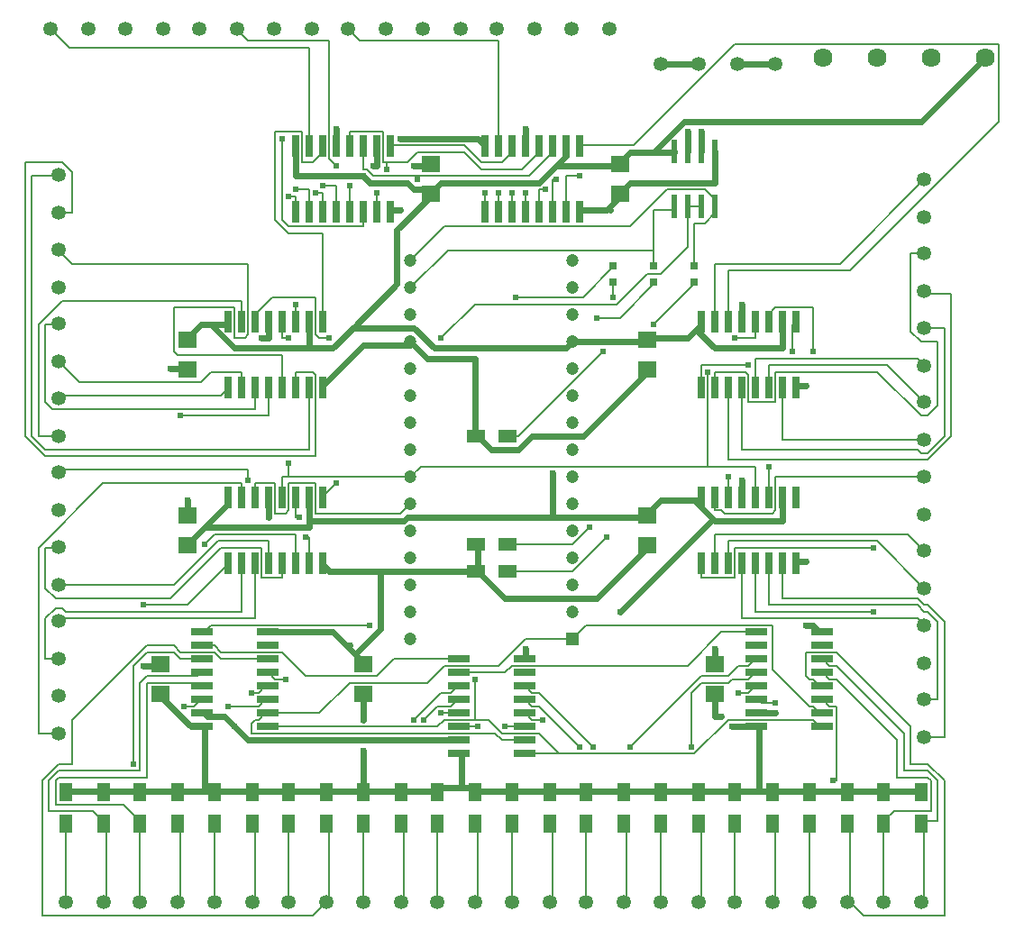
<source format=gtl>
G04 #@! TF.GenerationSoftware,KiCad,Pcbnew,(6.0.9)*
G04 #@! TF.CreationDate,2023-02-21T15:57:59-05:00*
G04 #@! TF.ProjectId,Arduino-CMRI_SMD_v7_Nano,41726475-696e-46f2-9d43-4d52495f534d,rev?*
G04 #@! TF.SameCoordinates,Original*
G04 #@! TF.FileFunction,Copper,L1,Top*
G04 #@! TF.FilePolarity,Positive*
%FSLAX46Y46*%
G04 Gerber Fmt 4.6, Leading zero omitted, Abs format (unit mm)*
G04 Created by KiCad (PCBNEW (6.0.9)) date 2023-02-21 15:57:59*
%MOMM*%
%LPD*%
G01*
G04 APERTURE LIST*
G04 #@! TA.AperFunction,SMDPad,CuDef*
%ADD10R,1.800000X1.600000*%
G04 #@! TD*
G04 #@! TA.AperFunction,SMDPad,CuDef*
%ADD11R,1.200000X1.800000*%
G04 #@! TD*
G04 #@! TA.AperFunction,ComponentPad*
%ADD12C,1.350000*%
G04 #@! TD*
G04 #@! TA.AperFunction,SMDPad,CuDef*
%ADD13R,0.800000X0.800000*%
G04 #@! TD*
G04 #@! TA.AperFunction,SMDPad,CuDef*
%ADD14R,0.600000X2.200000*%
G04 #@! TD*
G04 #@! TA.AperFunction,SMDPad,CuDef*
%ADD15R,0.660400X2.032000*%
G04 #@! TD*
G04 #@! TA.AperFunction,SMDPad,CuDef*
%ADD16R,1.800000X1.200000*%
G04 #@! TD*
G04 #@! TA.AperFunction,ComponentPad*
%ADD17R,1.200000X1.200000*%
G04 #@! TD*
G04 #@! TA.AperFunction,ComponentPad*
%ADD18C,1.200000*%
G04 #@! TD*
G04 #@! TA.AperFunction,ComponentPad*
%ADD19C,1.790700*%
G04 #@! TD*
G04 #@! TA.AperFunction,SMDPad,CuDef*
%ADD20R,2.032000X0.660400*%
G04 #@! TD*
G04 #@! TA.AperFunction,ViaPad*
%ADD21C,0.609600*%
G04 #@! TD*
G04 #@! TA.AperFunction,Conductor*
%ADD22C,0.609600*%
G04 #@! TD*
G04 #@! TA.AperFunction,Conductor*
%ADD23C,0.152400*%
G04 #@! TD*
G04 APERTURE END LIST*
D10*
G04 #@! TO.P,C7,1*
G04 #@! TO.N,GND*
X119570600Y-95916100D03*
G04 #@! TO.P,C7,2*
G04 #@! TO.N,VCC*
X119570600Y-93116100D03*
G04 #@! TD*
D11*
G04 #@! TO.P,R14,1*
G04 #@! TO.N,N$23*
X143065600Y-138560100D03*
G04 #@! TO.P,R14,2*
G04 #@! TO.N,VCC*
X143065600Y-135562100D03*
G04 #@! TD*
G04 #@! TO.P,R11,1*
G04 #@! TO.N,N$29*
X153606600Y-138560100D03*
G04 #@! TO.P,R11,2*
G04 #@! TO.N,VCC*
X153606600Y-135562100D03*
G04 #@! TD*
D10*
G04 #@! TO.P,C6,1*
G04 #@! TO.N,GND*
X160210600Y-79406100D03*
G04 #@! TO.P,C6,2*
G04 #@! TO.N,VCC*
X160210600Y-76606100D03*
G04 #@! TD*
D12*
G04 #@! TO.P,X15,P$1*
G04 #@! TO.N,N$65*
X148653600Y-63909100D03*
G04 #@! TO.P,X15,P$2*
G04 #@! TO.N,N$66*
X152209600Y-63909100D03*
G04 #@! TD*
D10*
G04 #@! TO.P,C5,1*
G04 #@! TO.N,GND*
X162750600Y-112426100D03*
G04 #@! TO.P,C5,2*
G04 #@! TO.N,VCC*
X162750600Y-109626100D03*
G04 #@! TD*
D12*
G04 #@! TO.P,X24,P$1*
G04 #@! TO.N,N$85*
X188785600Y-126901100D03*
G04 #@! TO.P,X24,P$2*
G04 #@! TO.N,N$86*
X188785600Y-130457100D03*
G04 #@! TD*
G04 #@! TO.P,X11,P$1*
G04 #@! TO.N,N$52*
X120713600Y-63909100D03*
G04 #@! TO.P,X11,P$2*
G04 #@! TO.N,N$53*
X124269600Y-63909100D03*
G04 #@! TD*
D10*
G04 #@! TO.P,C4,1*
G04 #@! TO.N,GND*
X162750600Y-95916100D03*
G04 #@! TO.P,C4,2*
G04 #@! TO.N,VCC*
X162750600Y-93116100D03*
G04 #@! TD*
D12*
G04 #@! TO.P,X34,P$1*
G04 #@! TO.N,N$39*
X171005600Y-145951100D03*
G04 #@! TO.P,X34,P$2*
G04 #@! TO.N,N$41*
X174561600Y-145951100D03*
G04 #@! TD*
G04 #@! TO.P,X1,P$1*
G04 #@! TO.N,N$14*
X107505600Y-130076100D03*
G04 #@! TO.P,X1,P$2*
G04 #@! TO.N,N$16*
X107505600Y-126520100D03*
G04 #@! TD*
G04 #@! TO.P,X33,P$1*
G04 #@! TO.N,N$35*
X164020600Y-145951100D03*
G04 #@! TO.P,X33,P$2*
G04 #@! TO.N,N$37*
X167576600Y-145951100D03*
G04 #@! TD*
D13*
G04 #@! TO.P,U$1,A*
G04 #@! TO.N,TX*
X167195600Y-86146100D03*
G04 #@! TO.P,U$1,C*
G04 #@! TO.N,N$17*
X167195600Y-87646100D03*
G04 #@! TD*
D14*
G04 #@! TO.P,IC2,1*
G04 #@! TO.N,RX*
X165290600Y-80606100D03*
G04 #@! TO.P,IC2,2*
G04 #@! TO.N,D2*
X166560600Y-80606100D03*
G04 #@! TO.P,IC2,3*
X167830600Y-80606100D03*
G04 #@! TO.P,IC2,4*
G04 #@! TO.N,TX*
X169100600Y-80606100D03*
G04 #@! TO.P,IC2,5*
G04 #@! TO.N,GND*
X169100600Y-75406100D03*
G04 #@! TO.P,IC2,6*
G04 #@! TO.N,A*
X167830600Y-75406100D03*
G04 #@! TO.P,IC2,7*
G04 #@! TO.N,B*
X166560600Y-75406100D03*
G04 #@! TO.P,IC2,8*
G04 #@! TO.N,VCC*
X165290600Y-75406100D03*
G04 #@! TD*
D12*
G04 #@! TO.P,X40,P$1*
G04 #@! TO.N,B*
X164020600Y-67211100D03*
G04 #@! TO.P,X40,P$2*
X167576600Y-67211100D03*
G04 #@! TD*
D15*
G04 #@! TO.P,IC8,1*
G04 #@! TO.N,N$48*
X129730600Y-81079500D03*
G04 #@! TO.P,IC8,2*
G04 #@! TO.N,N$49*
X131000600Y-81079500D03*
G04 #@! TO.P,IC8,3*
G04 #@! TO.N,N$50*
X132270600Y-81079500D03*
G04 #@! TO.P,IC8,4*
G04 #@! TO.N,N$52*
X133540600Y-81079500D03*
G04 #@! TO.P,IC8,5*
G04 #@! TO.N,N$53*
X134810600Y-81079500D03*
G04 #@! TO.P,IC8,6*
G04 #@! TO.N,N$59*
X136080600Y-81079500D03*
G04 #@! TO.P,IC8,7*
G04 #@! TO.N,N$60*
X137350600Y-81079500D03*
G04 #@! TO.P,IC8,8*
G04 #@! TO.N,GND*
X138620600Y-81079500D03*
G04 #@! TO.P,IC8,9*
G04 #@! TO.N,N$51*
X138620600Y-74932700D03*
G04 #@! TO.P,IC8,10*
G04 #@! TO.N,VCC*
X137350600Y-74932700D03*
G04 #@! TO.P,IC8,11*
G04 #@! TO.N,D8*
X136080600Y-74932700D03*
G04 #@! TO.P,IC8,12*
G04 #@! TO.N,D6*
X134810600Y-74932700D03*
G04 #@! TO.P,IC8,13*
G04 #@! TO.N,GND*
X133540600Y-74932700D03*
G04 #@! TO.P,IC8,14*
G04 #@! TO.N,N$10*
X132270600Y-74932700D03*
G04 #@! TO.P,IC8,15*
G04 #@! TO.N,N$46*
X131000600Y-74932700D03*
G04 #@! TO.P,IC8,16*
G04 #@! TO.N,VCC*
X129730600Y-74932700D03*
G04 #@! TD*
D10*
G04 #@! TO.P,C2,1*
G04 #@! TO.N,GND*
X136080600Y-123596100D03*
G04 #@! TO.P,C2,2*
G04 #@! TO.N,VCC*
X136080600Y-126396100D03*
G04 #@! TD*
D16*
G04 #@! TO.P,R26,1*
G04 #@! TO.N,GND*
X146646600Y-112296100D03*
G04 #@! TO.P,R26,2*
G04 #@! TO.N,N$54*
X149644600Y-112296100D03*
G04 #@! TD*
D17*
G04 #@! TO.P,ARDUINO_NANO1,1*
G04 #@! TO.N,D13*
X155765600Y-121186100D03*
D18*
G04 #@! TO.P,ARDUINO_NANO1,2*
G04 #@! TO.N,N/C*
X155765600Y-118646100D03*
G04 #@! TO.P,ARDUINO_NANO1,3*
X155765600Y-116106100D03*
G04 #@! TO.P,ARDUINO_NANO1,4*
X155765600Y-113566100D03*
G04 #@! TO.P,ARDUINO_NANO1,5*
X155765600Y-111026100D03*
G04 #@! TO.P,ARDUINO_NANO1,6*
X155765600Y-108486100D03*
G04 #@! TO.P,ARDUINO_NANO1,7*
X155765600Y-105946100D03*
G04 #@! TO.P,ARDUINO_NANO1,8*
X155765600Y-103406100D03*
G04 #@! TO.P,ARDUINO_NANO1,9*
X155765600Y-100866100D03*
G04 #@! TO.P,ARDUINO_NANO1,10*
X155765600Y-98326100D03*
G04 #@! TO.P,ARDUINO_NANO1,11*
X155765600Y-95786100D03*
G04 #@! TO.P,ARDUINO_NANO1,12*
G04 #@! TO.N,VCC*
X155765600Y-93246100D03*
G04 #@! TO.P,ARDUINO_NANO1,13*
G04 #@! TO.N,N/C*
X155765600Y-90706100D03*
G04 #@! TO.P,ARDUINO_NANO1,14*
G04 #@! TO.N,GND*
X155765600Y-88166100D03*
G04 #@! TO.P,ARDUINO_NANO1,15*
G04 #@! TO.N,VIN*
X155765600Y-85626100D03*
G04 #@! TO.P,ARDUINO_NANO1,16*
G04 #@! TO.N,TX*
X140525600Y-85626100D03*
G04 #@! TO.P,ARDUINO_NANO1,17*
G04 #@! TO.N,RX*
X140525600Y-88166100D03*
G04 #@! TO.P,ARDUINO_NANO1,18*
G04 #@! TO.N,N/C*
X140525600Y-90706100D03*
G04 #@! TO.P,ARDUINO_NANO1,19*
G04 #@! TO.N,GND*
X140525600Y-93246100D03*
G04 #@! TO.P,ARDUINO_NANO1,20*
G04 #@! TO.N,D2*
X140525600Y-95786100D03*
G04 #@! TO.P,ARDUINO_NANO1,21*
G04 #@! TO.N,D3*
X140525600Y-98326100D03*
G04 #@! TO.P,ARDUINO_NANO1,22*
G04 #@! TO.N,N/C*
X140525600Y-100866100D03*
G04 #@! TO.P,ARDUINO_NANO1,23*
X140525600Y-103406100D03*
G04 #@! TO.P,ARDUINO_NANO1,24*
G04 #@! TO.N,D6*
X140525600Y-105946100D03*
G04 #@! TO.P,ARDUINO_NANO1,25*
G04 #@! TO.N,D7*
X140525600Y-108486100D03*
G04 #@! TO.P,ARDUINO_NANO1,26*
G04 #@! TO.N,D8*
X140525600Y-111026100D03*
G04 #@! TO.P,ARDUINO_NANO1,27*
G04 #@! TO.N,D9*
X140525600Y-113566100D03*
G04 #@! TO.P,ARDUINO_NANO1,28*
G04 #@! TO.N,N/C*
X140525600Y-116106100D03*
G04 #@! TO.P,ARDUINO_NANO1,29*
X140525600Y-118646100D03*
G04 #@! TO.P,ARDUINO_NANO1,30*
G04 #@! TO.N,D12*
X140525600Y-121186100D03*
G04 #@! TD*
D11*
G04 #@! TO.P,R24,1*
G04 #@! TO.N,N$1*
X108140600Y-138560100D03*
G04 #@! TO.P,R24,2*
G04 #@! TO.N,VCC*
X108140600Y-135562100D03*
G04 #@! TD*
G04 #@! TO.P,R22,1*
G04 #@! TO.N,N$5*
X115125600Y-138560100D03*
G04 #@! TO.P,R22,2*
G04 #@! TO.N,VCC*
X115125600Y-135562100D03*
G04 #@! TD*
D12*
G04 #@! TO.P,X19,P$1*
G04 #@! TO.N,N$75*
X188785600Y-91976100D03*
G04 #@! TO.P,X19,P$2*
G04 #@! TO.N,N$76*
X188785600Y-95532100D03*
G04 #@! TD*
G04 #@! TO.P,X39,P$1*
G04 #@! TO.N,A*
X171259600Y-67211100D03*
G04 #@! TO.P,X39,P$2*
X174815600Y-67211100D03*
G04 #@! TD*
G04 #@! TO.P,X7,P$1*
G04 #@! TO.N,N$38*
X107505600Y-88166100D03*
G04 #@! TO.P,X7,P$2*
G04 #@! TO.N,N$40*
X107505600Y-84610100D03*
G04 #@! TD*
D11*
G04 #@! TO.P,R12,1*
G04 #@! TO.N,N$27*
X150050600Y-138560100D03*
G04 #@! TO.P,R12,2*
G04 #@! TO.N,VCC*
X150050600Y-135562100D03*
G04 #@! TD*
G04 #@! TO.P,R1,1*
G04 #@! TO.N,N$57*
X188531600Y-138560100D03*
G04 #@! TO.P,R1,2*
G04 #@! TO.N,VCC*
X188531600Y-135562100D03*
G04 #@! TD*
D16*
G04 #@! TO.P,R27,1*
G04 #@! TO.N,GND*
X146646600Y-102136100D03*
G04 #@! TO.P,R27,2*
G04 #@! TO.N,N$58*
X149644600Y-102136100D03*
G04 #@! TD*
D12*
G04 #@! TO.P,X31,P$1*
G04 #@! TO.N,N$27*
X150050600Y-145951100D03*
G04 #@! TO.P,X31,P$2*
G04 #@! TO.N,N$29*
X153606600Y-145951100D03*
G04 #@! TD*
G04 #@! TO.P,X16,P$1*
G04 #@! TO.N,N$67*
X155638600Y-63909100D03*
G04 #@! TO.P,X16,P$2*
G04 #@! TO.N,N$69*
X159194600Y-63909100D03*
G04 #@! TD*
D10*
G04 #@! TO.P,C9,1*
G04 #@! TO.N,GND*
X119570600Y-109626100D03*
G04 #@! TO.P,C9,2*
G04 #@! TO.N,VCC*
X119570600Y-112426100D03*
G04 #@! TD*
D12*
G04 #@! TO.P,X28,P$1*
G04 #@! TO.N,N$13*
X129095600Y-145951100D03*
G04 #@! TO.P,X28,P$2*
G04 #@! TO.N,N$15*
X132651600Y-145951100D03*
G04 #@! TD*
G04 #@! TO.P,X9,P$1*
G04 #@! TO.N,N$46*
X106743600Y-63909100D03*
G04 #@! TO.P,X9,P$2*
G04 #@! TO.N,N$48*
X110299600Y-63909100D03*
G04 #@! TD*
D10*
G04 #@! TO.P,C3,1*
G04 #@! TO.N,GND*
X117030600Y-123596100D03*
G04 #@! TO.P,C3,2*
G04 #@! TO.N,VCC*
X117030600Y-126396100D03*
G04 #@! TD*
D12*
G04 #@! TO.P,X5,P$1*
G04 #@! TO.N,N$30*
X107505600Y-102136100D03*
G04 #@! TO.P,X5,P$2*
G04 #@! TO.N,N$32*
X107505600Y-98580100D03*
G04 #@! TD*
G04 #@! TO.P,X25,P$1*
G04 #@! TO.N,N$1*
X108140600Y-145951100D03*
G04 #@! TO.P,X25,P$2*
G04 #@! TO.N,N$3*
X111696600Y-145951100D03*
G04 #@! TD*
D11*
G04 #@! TO.P,R20,1*
G04 #@! TO.N,N$9*
X122110600Y-138560100D03*
G04 #@! TO.P,R20,2*
G04 #@! TO.N,VCC*
X122110600Y-135562100D03*
G04 #@! TD*
G04 #@! TO.P,R19,1*
G04 #@! TO.N,N$11*
X125666600Y-138560100D03*
G04 #@! TO.P,R19,2*
G04 #@! TO.N,VCC*
X125666600Y-135562100D03*
G04 #@! TD*
G04 #@! TO.P,R4,1*
G04 #@! TO.N,N$43*
X177990600Y-138560100D03*
G04 #@! TO.P,R4,2*
G04 #@! TO.N,VCC*
X177990600Y-135562100D03*
G04 #@! TD*
D12*
G04 #@! TO.P,X6,P$1*
G04 #@! TO.N,N$34*
X107505600Y-95151100D03*
G04 #@! TO.P,X6,P$2*
G04 #@! TO.N,N$36*
X107505600Y-91595100D03*
G04 #@! TD*
D16*
G04 #@! TO.P,R25,1*
G04 #@! TO.N,GND*
X146646600Y-114836100D03*
G04 #@! TO.P,R25,2*
G04 #@! TO.N,N$17*
X149644600Y-114836100D03*
G04 #@! TD*
D11*
G04 #@! TO.P,R5,1*
G04 #@! TO.N,N$41*
X174561600Y-138560100D03*
G04 #@! TO.P,R5,2*
G04 #@! TO.N,VCC*
X174561600Y-135562100D03*
G04 #@! TD*
D12*
G04 #@! TO.P,X23,P$1*
G04 #@! TO.N,N$83*
X188785600Y-119916100D03*
G04 #@! TO.P,X23,P$2*
G04 #@! TO.N,N$84*
X188785600Y-123472100D03*
G04 #@! TD*
G04 #@! TO.P,X18,P$1*
G04 #@! TO.N,N$73*
X188785600Y-84991100D03*
G04 #@! TO.P,X18,P$2*
G04 #@! TO.N,N$74*
X188785600Y-88547100D03*
G04 #@! TD*
D11*
G04 #@! TO.P,R18,1*
G04 #@! TO.N,N$13*
X129095600Y-138560100D03*
G04 #@! TO.P,R18,2*
G04 #@! TO.N,VCC*
X129095600Y-135562100D03*
G04 #@! TD*
G04 #@! TO.P,R23,1*
G04 #@! TO.N,N$3*
X111696600Y-138560100D03*
G04 #@! TO.P,R23,2*
G04 #@! TO.N,VCC*
X111696600Y-135562100D03*
G04 #@! TD*
D15*
G04 #@! TO.P,IC6,1*
G04 #@! TO.N,N$16*
X123380600Y-114099500D03*
G04 #@! TO.P,IC6,2*
G04 #@! TO.N,N$18*
X124650600Y-114099500D03*
G04 #@! TO.P,IC6,3*
G04 #@! TO.N,N$20*
X125920600Y-114099500D03*
G04 #@! TO.P,IC6,4*
G04 #@! TO.N,N$22*
X127190600Y-114099500D03*
G04 #@! TO.P,IC6,5*
G04 #@! TO.N,N$24*
X128460600Y-114099500D03*
G04 #@! TO.P,IC6,6*
G04 #@! TO.N,N$26*
X129730600Y-114099500D03*
G04 #@! TO.P,IC6,7*
G04 #@! TO.N,N$28*
X131000600Y-114099500D03*
G04 #@! TO.P,IC6,8*
G04 #@! TO.N,GND*
X132270600Y-114099500D03*
G04 #@! TO.P,IC6,9*
G04 #@! TO.N,N$6*
X132270600Y-107952700D03*
G04 #@! TO.P,IC6,10*
G04 #@! TO.N,VCC*
X131000600Y-107952700D03*
G04 #@! TO.P,IC6,11*
G04 #@! TO.N,D8*
X129730600Y-107952700D03*
G04 #@! TO.P,IC6,12*
G04 #@! TO.N,D6*
X128460600Y-107952700D03*
G04 #@! TO.P,IC6,13*
G04 #@! TO.N,GND*
X127190600Y-107952700D03*
G04 #@! TO.P,IC6,14*
G04 #@! TO.N,D7*
X125920600Y-107952700D03*
G04 #@! TO.P,IC6,15*
G04 #@! TO.N,N$14*
X124650600Y-107952700D03*
G04 #@! TO.P,IC6,16*
G04 #@! TO.N,VCC*
X123380600Y-107952700D03*
G04 #@! TD*
D12*
G04 #@! TO.P,X3,P$1*
G04 #@! TO.N,N$22*
X107505600Y-116106100D03*
G04 #@! TO.P,X3,P$2*
G04 #@! TO.N,N$24*
X107505600Y-112550100D03*
G04 #@! TD*
D11*
G04 #@! TO.P,R8,1*
G04 #@! TO.N,N$35*
X164020600Y-138560100D03*
G04 #@! TO.P,R8,2*
G04 #@! TO.N,VCC*
X164020600Y-135562100D03*
G04 #@! TD*
D12*
G04 #@! TO.P,X8,P$1*
G04 #@! TO.N,N$42*
X107505600Y-81181100D03*
G04 #@! TO.P,X8,P$2*
G04 #@! TO.N,N$44*
X107505600Y-77625100D03*
G04 #@! TD*
G04 #@! TO.P,X29,P$1*
G04 #@! TO.N,N$19*
X136080600Y-145951100D03*
G04 #@! TO.P,X29,P$2*
G04 #@! TO.N,N$21*
X139636600Y-145951100D03*
G04 #@! TD*
D11*
G04 #@! TO.P,R21,1*
G04 #@! TO.N,N$7*
X118681600Y-138560100D03*
G04 #@! TO.P,R21,2*
G04 #@! TO.N,VCC*
X118681600Y-135562100D03*
G04 #@! TD*
G04 #@! TO.P,R17,1*
G04 #@! TO.N,N$15*
X132651600Y-138560100D03*
G04 #@! TO.P,R17,2*
G04 #@! TO.N,VCC*
X132651600Y-135562100D03*
G04 #@! TD*
D12*
G04 #@! TO.P,X14,P$1*
G04 #@! TO.N,N$63*
X141668600Y-63909100D03*
G04 #@! TO.P,X14,P$2*
G04 #@! TO.N,N$64*
X145224600Y-63909100D03*
G04 #@! TD*
G04 #@! TO.P,X22,P$1*
G04 #@! TO.N,N$81*
X188785600Y-112931100D03*
G04 #@! TO.P,X22,P$2*
G04 #@! TO.N,N$82*
X188785600Y-116487100D03*
G04 #@! TD*
G04 #@! TO.P,X35,P$1*
G04 #@! TO.N,N$43*
X177990600Y-145951100D03*
G04 #@! TO.P,X35,P$2*
G04 #@! TO.N,N$45*
X181546600Y-145951100D03*
G04 #@! TD*
D11*
G04 #@! TO.P,R9,1*
G04 #@! TO.N,N$33*
X160591600Y-138560100D03*
G04 #@! TO.P,R9,2*
G04 #@! TO.N,VCC*
X160591600Y-135562100D03*
G04 #@! TD*
G04 #@! TO.P,R7,1*
G04 #@! TO.N,N$37*
X167576600Y-138560100D03*
G04 #@! TO.P,R7,2*
G04 #@! TO.N,VCC*
X167576600Y-135562100D03*
G04 #@! TD*
G04 #@! TO.P,R6,1*
G04 #@! TO.N,N$39*
X171005600Y-138560100D03*
G04 #@! TO.P,R6,2*
G04 #@! TO.N,VCC*
X171005600Y-135562100D03*
G04 #@! TD*
D15*
G04 #@! TO.P,IC10,1*
G04 #@! TO.N,N$72*
X167830600Y-97589500D03*
G04 #@! TO.P,IC10,2*
G04 #@! TO.N,N$73*
X169100600Y-97589500D03*
G04 #@! TO.P,IC10,3*
G04 #@! TO.N,N$74*
X170370600Y-97589500D03*
G04 #@! TO.P,IC10,4*
G04 #@! TO.N,N$75*
X171640600Y-97589500D03*
G04 #@! TO.P,IC10,5*
G04 #@! TO.N,N$76*
X172910600Y-97589500D03*
G04 #@! TO.P,IC10,6*
G04 #@! TO.N,N$77*
X174180600Y-97589500D03*
G04 #@! TO.P,IC10,7*
G04 #@! TO.N,N$78*
X175450600Y-97589500D03*
G04 #@! TO.P,IC10,8*
G04 #@! TO.N,GND*
X176720600Y-97589500D03*
G04 #@! TO.P,IC10,9*
G04 #@! TO.N,N$12*
X176720600Y-91442700D03*
G04 #@! TO.P,IC10,10*
G04 #@! TO.N,VCC*
X175450600Y-91442700D03*
G04 #@! TO.P,IC10,11*
G04 #@! TO.N,D8*
X174180600Y-91442700D03*
G04 #@! TO.P,IC10,12*
G04 #@! TO.N,D6*
X172910600Y-91442700D03*
G04 #@! TO.P,IC10,13*
G04 #@! TO.N,GND*
X171640600Y-91442700D03*
G04 #@! TO.P,IC10,14*
G04 #@! TO.N,N$8*
X170370600Y-91442700D03*
G04 #@! TO.P,IC10,15*
G04 #@! TO.N,N$71*
X169100600Y-91442700D03*
G04 #@! TO.P,IC10,16*
G04 #@! TO.N,VCC*
X167830600Y-91442700D03*
G04 #@! TD*
D12*
G04 #@! TO.P,X21,P$1*
G04 #@! TO.N,N$79*
X188785600Y-105946100D03*
G04 #@! TO.P,X21,P$2*
G04 #@! TO.N,N$80*
X188785600Y-109502100D03*
G04 #@! TD*
G04 #@! TO.P,X2,P$1*
G04 #@! TO.N,N$18*
X107505600Y-123091100D03*
G04 #@! TO.P,X2,P$2*
G04 #@! TO.N,N$20*
X107505600Y-119535100D03*
G04 #@! TD*
D10*
G04 #@! TO.P,C1,1*
G04 #@! TO.N,GND*
X169100600Y-123596100D03*
G04 #@! TO.P,C1,2*
G04 #@! TO.N,VCC*
X169100600Y-126396100D03*
G04 #@! TD*
D12*
G04 #@! TO.P,X30,P$1*
G04 #@! TO.N,N$23*
X143065600Y-145951100D03*
G04 #@! TO.P,X30,P$2*
G04 #@! TO.N,N$25*
X146621600Y-145951100D03*
G04 #@! TD*
D11*
G04 #@! TO.P,R10,1*
G04 #@! TO.N,N$31*
X157035600Y-138560100D03*
G04 #@! TO.P,R10,2*
G04 #@! TO.N,VCC*
X157035600Y-135562100D03*
G04 #@! TD*
D15*
G04 #@! TO.P,IC9,1*
G04 #@! TO.N,N$62*
X147510600Y-81079500D03*
G04 #@! TO.P,IC9,2*
G04 #@! TO.N,N$63*
X148780600Y-81079500D03*
G04 #@! TO.P,IC9,3*
G04 #@! TO.N,N$64*
X150050600Y-81079500D03*
G04 #@! TO.P,IC9,4*
G04 #@! TO.N,N$65*
X151320600Y-81079500D03*
G04 #@! TO.P,IC9,5*
G04 #@! TO.N,N$66*
X152590600Y-81079500D03*
G04 #@! TO.P,IC9,6*
G04 #@! TO.N,N$67*
X153860600Y-81079500D03*
G04 #@! TO.P,IC9,7*
G04 #@! TO.N,N$69*
X155130600Y-81079500D03*
G04 #@! TO.P,IC9,8*
G04 #@! TO.N,GND*
X156400600Y-81079500D03*
G04 #@! TO.P,IC9,9*
G04 #@! TO.N,N$8*
X156400600Y-74932700D03*
G04 #@! TO.P,IC9,10*
G04 #@! TO.N,VCC*
X155130600Y-74932700D03*
G04 #@! TO.P,IC9,11*
G04 #@! TO.N,D8*
X153860600Y-74932700D03*
G04 #@! TO.P,IC9,12*
G04 #@! TO.N,D6*
X152590600Y-74932700D03*
G04 #@! TO.P,IC9,13*
G04 #@! TO.N,GND*
X151320600Y-74932700D03*
G04 #@! TO.P,IC9,14*
G04 #@! TO.N,N$51*
X150050600Y-74932700D03*
G04 #@! TO.P,IC9,15*
G04 #@! TO.N,N$61*
X148780600Y-74932700D03*
G04 #@! TO.P,IC9,16*
G04 #@! TO.N,VCC*
X147510600Y-74932700D03*
G04 #@! TD*
D12*
G04 #@! TO.P,X20,P$1*
G04 #@! TO.N,N$77*
X188785600Y-98961100D03*
G04 #@! TO.P,X20,P$2*
G04 #@! TO.N,N$78*
X188785600Y-102517100D03*
G04 #@! TD*
G04 #@! TO.P,X27,P$1*
G04 #@! TO.N,N$9*
X122110600Y-145951100D03*
G04 #@! TO.P,X27,P$2*
G04 #@! TO.N,N$11*
X125666600Y-145951100D03*
G04 #@! TD*
D10*
G04 #@! TO.P,C8,1*
G04 #@! TO.N,GND*
X142430600Y-76606100D03*
G04 #@! TO.P,C8,2*
G04 #@! TO.N,VCC*
X142430600Y-79406100D03*
G04 #@! TD*
D12*
G04 #@! TO.P,X32,P$1*
G04 #@! TO.N,N$31*
X157035600Y-145951100D03*
G04 #@! TO.P,X32,P$2*
G04 #@! TO.N,N$33*
X160591600Y-145951100D03*
G04 #@! TD*
D11*
G04 #@! TO.P,R15,1*
G04 #@! TO.N,N$21*
X139636600Y-138560100D03*
G04 #@! TO.P,R15,2*
G04 #@! TO.N,VCC*
X139636600Y-135562100D03*
G04 #@! TD*
G04 #@! TO.P,R16,1*
G04 #@! TO.N,N$19*
X136080600Y-138560100D03*
G04 #@! TO.P,R16,2*
G04 #@! TO.N,VCC*
X136080600Y-135562100D03*
G04 #@! TD*
D19*
G04 #@! TO.P,X38,1*
G04 #@! TO.N,GND*
X184340600Y-66576100D03*
G04 #@! TO.P,X38,2*
X179260600Y-66576100D03*
G04 #@! TD*
D11*
G04 #@! TO.P,R2,1*
G04 #@! TO.N,N$47*
X184975600Y-138560100D03*
G04 #@! TO.P,R2,2*
G04 #@! TO.N,VCC*
X184975600Y-135562100D03*
G04 #@! TD*
D13*
G04 #@! TO.P,U$2,A*
G04 #@! TO.N,RX*
X163385600Y-86146100D03*
G04 #@! TO.P,U$2,C*
G04 #@! TO.N,N$54*
X163385600Y-87646100D03*
G04 #@! TD*
G04 #@! TO.P,U$3,A*
G04 #@! TO.N,D3*
X159575600Y-86146100D03*
G04 #@! TO.P,U$3,C*
G04 #@! TO.N,N$58*
X159575600Y-87646100D03*
G04 #@! TD*
D11*
G04 #@! TO.P,R3,1*
G04 #@! TO.N,N$45*
X181546600Y-138560100D03*
G04 #@! TO.P,R3,2*
G04 #@! TO.N,VCC*
X181546600Y-135562100D03*
G04 #@! TD*
D19*
G04 #@! TO.P,X37,1*
G04 #@! TO.N,VCC*
X194500600Y-66576100D03*
G04 #@! TO.P,X37,2*
G04 #@! TO.N,GND*
X189420600Y-66576100D03*
G04 #@! TD*
D12*
G04 #@! TO.P,X10,P$1*
G04 #@! TO.N,N$49*
X113728600Y-63909100D03*
G04 #@! TO.P,X10,P$2*
G04 #@! TO.N,N$50*
X117284600Y-63909100D03*
G04 #@! TD*
G04 #@! TO.P,X12,P$1*
G04 #@! TO.N,N$59*
X127698600Y-63909100D03*
G04 #@! TO.P,X12,P$2*
G04 #@! TO.N,N$60*
X131254600Y-63909100D03*
G04 #@! TD*
G04 #@! TO.P,X13,P$1*
G04 #@! TO.N,N$61*
X134683600Y-63909100D03*
G04 #@! TO.P,X13,P$2*
G04 #@! TO.N,N$62*
X138239600Y-63909100D03*
G04 #@! TD*
G04 #@! TO.P,X36,P$1*
G04 #@! TO.N,N$47*
X184975600Y-145951100D03*
G04 #@! TO.P,X36,P$2*
G04 #@! TO.N,N$57*
X188531600Y-145951100D03*
G04 #@! TD*
D20*
G04 #@! TO.P,IC5,1*
G04 #@! TO.N,D9*
X127089000Y-129441100D03*
G04 #@! TO.P,IC5,2*
G04 #@! TO.N,D13*
X127089000Y-128171100D03*
G04 #@! TO.P,IC5,3*
G04 #@! TO.N,N$9*
X127089000Y-126901100D03*
G04 #@! TO.P,IC5,4*
G04 #@! TO.N,N$11*
X127089000Y-125631100D03*
G04 #@! TO.P,IC5,5*
G04 #@! TO.N,N$13*
X127089000Y-124361100D03*
G04 #@! TO.P,IC5,6*
G04 #@! TO.N,N$15*
X127089000Y-123091100D03*
G04 #@! TO.P,IC5,7*
G04 #@! TO.N,N/C*
X127089000Y-121821100D03*
G04 #@! TO.P,IC5,8*
G04 #@! TO.N,GND*
X127089000Y-120551100D03*
G04 #@! TO.P,IC5,9*
G04 #@! TO.N,D12*
X120942200Y-120551100D03*
G04 #@! TO.P,IC5,10*
G04 #@! TO.N,N$4*
X120942200Y-121821100D03*
G04 #@! TO.P,IC5,11*
G04 #@! TO.N,N$1*
X120942200Y-123091100D03*
G04 #@! TO.P,IC5,12*
G04 #@! TO.N,N$3*
X120942200Y-124361100D03*
G04 #@! TO.P,IC5,13*
G04 #@! TO.N,N$5*
X120942200Y-125631100D03*
G04 #@! TO.P,IC5,14*
G04 #@! TO.N,N$7*
X120942200Y-126901100D03*
G04 #@! TO.P,IC5,15*
G04 #@! TO.N,GND*
X120942200Y-128171100D03*
G04 #@! TO.P,IC5,16*
G04 #@! TO.N,VCC*
X120942200Y-129441100D03*
G04 #@! TD*
D12*
G04 #@! TO.P,X17,P$1*
G04 #@! TO.N,N$71*
X188785600Y-78006100D03*
G04 #@! TO.P,X17,P$2*
G04 #@! TO.N,N$72*
X188785600Y-81562100D03*
G04 #@! TD*
D11*
G04 #@! TO.P,R13,1*
G04 #@! TO.N,N$25*
X146621600Y-138560100D03*
G04 #@! TO.P,R13,2*
G04 #@! TO.N,VCC*
X146621600Y-135562100D03*
G04 #@! TD*
D20*
G04 #@! TO.P,IC1,1*
G04 #@! TO.N,D9*
X179159000Y-129441100D03*
G04 #@! TO.P,IC1,2*
G04 #@! TO.N,D13*
X179159000Y-128171100D03*
G04 #@! TO.P,IC1,3*
G04 #@! TO.N,N$43*
X179159000Y-126901100D03*
G04 #@! TO.P,IC1,4*
G04 #@! TO.N,N$45*
X179159000Y-125631100D03*
G04 #@! TO.P,IC1,5*
G04 #@! TO.N,N$47*
X179159000Y-124361100D03*
G04 #@! TO.P,IC1,6*
G04 #@! TO.N,N$57*
X179159000Y-123091100D03*
G04 #@! TO.P,IC1,7*
G04 #@! TO.N,N/C*
X179159000Y-121821100D03*
G04 #@! TO.P,IC1,8*
G04 #@! TO.N,GND*
X179159000Y-120551100D03*
G04 #@! TO.P,IC1,9*
G04 #@! TO.N,N$2*
X173012200Y-120551100D03*
G04 #@! TO.P,IC1,10*
G04 #@! TO.N,N/C*
X173012200Y-121821100D03*
G04 #@! TO.P,IC1,11*
G04 #@! TO.N,N$35*
X173012200Y-123091100D03*
G04 #@! TO.P,IC1,12*
G04 #@! TO.N,N$37*
X173012200Y-124361100D03*
G04 #@! TO.P,IC1,13*
G04 #@! TO.N,N$39*
X173012200Y-125631100D03*
G04 #@! TO.P,IC1,14*
G04 #@! TO.N,N$41*
X173012200Y-126901100D03*
G04 #@! TO.P,IC1,15*
G04 #@! TO.N,GND*
X173012200Y-128171100D03*
G04 #@! TO.P,IC1,16*
G04 #@! TO.N,VCC*
X173012200Y-129441100D03*
G04 #@! TD*
D12*
G04 #@! TO.P,X26,P$1*
G04 #@! TO.N,N$5*
X115125600Y-145951100D03*
G04 #@! TO.P,X26,P$2*
G04 #@! TO.N,N$7*
X118681600Y-145951100D03*
G04 #@! TD*
D20*
G04 #@! TO.P,IC3,1*
G04 #@! TO.N,D9*
X151219000Y-131981100D03*
G04 #@! TO.P,IC3,2*
G04 #@! TO.N,D13*
X151219000Y-130711100D03*
G04 #@! TO.P,IC3,3*
G04 #@! TO.N,N$27*
X151219000Y-129441100D03*
G04 #@! TO.P,IC3,4*
G04 #@! TO.N,N$29*
X151219000Y-128171100D03*
G04 #@! TO.P,IC3,5*
G04 #@! TO.N,N$31*
X151219000Y-126901100D03*
G04 #@! TO.P,IC3,6*
G04 #@! TO.N,N$33*
X151219000Y-125631100D03*
G04 #@! TO.P,IC3,7*
G04 #@! TO.N,N/C*
X151219000Y-124361100D03*
G04 #@! TO.P,IC3,8*
G04 #@! TO.N,GND*
X151219000Y-123091100D03*
G04 #@! TO.P,IC3,9*
G04 #@! TO.N,N$4*
X145072200Y-123091100D03*
G04 #@! TO.P,IC3,10*
G04 #@! TO.N,N$2*
X145072200Y-124361100D03*
G04 #@! TO.P,IC3,11*
G04 #@! TO.N,N$19*
X145072200Y-125631100D03*
G04 #@! TO.P,IC3,12*
G04 #@! TO.N,N$21*
X145072200Y-126901100D03*
G04 #@! TO.P,IC3,13*
G04 #@! TO.N,N$23*
X145072200Y-128171100D03*
G04 #@! TO.P,IC3,14*
G04 #@! TO.N,N$25*
X145072200Y-129441100D03*
G04 #@! TO.P,IC3,15*
G04 #@! TO.N,GND*
X145072200Y-130711100D03*
G04 #@! TO.P,IC3,16*
G04 #@! TO.N,VCC*
X145072200Y-131981100D03*
G04 #@! TD*
D12*
G04 #@! TO.P,X4,P$1*
G04 #@! TO.N,N$26*
X107505600Y-109121100D03*
G04 #@! TO.P,X4,P$2*
G04 #@! TO.N,N$28*
X107505600Y-105565100D03*
G04 #@! TD*
D15*
G04 #@! TO.P,IC11,1*
G04 #@! TO.N,N$80*
X167830600Y-114099500D03*
G04 #@! TO.P,IC11,2*
G04 #@! TO.N,N$81*
X169100600Y-114099500D03*
G04 #@! TO.P,IC11,3*
G04 #@! TO.N,N$82*
X170370600Y-114099500D03*
G04 #@! TO.P,IC11,4*
G04 #@! TO.N,N$83*
X171640600Y-114099500D03*
G04 #@! TO.P,IC11,5*
G04 #@! TO.N,N$84*
X172910600Y-114099500D03*
G04 #@! TO.P,IC11,6*
G04 #@! TO.N,N$85*
X174180600Y-114099500D03*
G04 #@! TO.P,IC11,7*
G04 #@! TO.N,N$86*
X175450600Y-114099500D03*
G04 #@! TO.P,IC11,8*
G04 #@! TO.N,GND*
X176720600Y-114099500D03*
G04 #@! TO.P,IC11,9*
G04 #@! TO.N,N/C*
X176720600Y-107952700D03*
G04 #@! TO.P,IC11,10*
G04 #@! TO.N,VCC*
X175450600Y-107952700D03*
G04 #@! TO.P,IC11,11*
G04 #@! TO.N,D8*
X174180600Y-107952700D03*
G04 #@! TO.P,IC11,12*
G04 #@! TO.N,D6*
X172910600Y-107952700D03*
G04 #@! TO.P,IC11,13*
G04 #@! TO.N,GND*
X171640600Y-107952700D03*
G04 #@! TO.P,IC11,14*
G04 #@! TO.N,N$12*
X170370600Y-107952700D03*
G04 #@! TO.P,IC11,15*
G04 #@! TO.N,N$79*
X169100600Y-107952700D03*
G04 #@! TO.P,IC11,16*
G04 #@! TO.N,VCC*
X167830600Y-107952700D03*
G04 #@! TD*
G04 #@! TO.P,IC7,1*
G04 #@! TO.N,N$32*
X123380600Y-97589500D03*
G04 #@! TO.P,IC7,2*
G04 #@! TO.N,N$34*
X124650600Y-97589500D03*
G04 #@! TO.P,IC7,3*
G04 #@! TO.N,N$36*
X125920600Y-97589500D03*
G04 #@! TO.P,IC7,4*
G04 #@! TO.N,N$38*
X127190600Y-97589500D03*
G04 #@! TO.P,IC7,5*
G04 #@! TO.N,N$40*
X128460600Y-97589500D03*
G04 #@! TO.P,IC7,6*
G04 #@! TO.N,N$42*
X129730600Y-97589500D03*
G04 #@! TO.P,IC7,7*
G04 #@! TO.N,N$44*
X131000600Y-97589500D03*
G04 #@! TO.P,IC7,8*
G04 #@! TO.N,GND*
X132270600Y-97589500D03*
G04 #@! TO.P,IC7,9*
G04 #@! TO.N,N$10*
X132270600Y-91442700D03*
G04 #@! TO.P,IC7,10*
G04 #@! TO.N,VCC*
X131000600Y-91442700D03*
G04 #@! TO.P,IC7,11*
G04 #@! TO.N,D8*
X129730600Y-91442700D03*
G04 #@! TO.P,IC7,12*
G04 #@! TO.N,D6*
X128460600Y-91442700D03*
G04 #@! TO.P,IC7,13*
G04 #@! TO.N,GND*
X127190600Y-91442700D03*
G04 #@! TO.P,IC7,14*
G04 #@! TO.N,N$6*
X125920600Y-91442700D03*
G04 #@! TO.P,IC7,15*
G04 #@! TO.N,N$30*
X124650600Y-91442700D03*
G04 #@! TO.P,IC7,16*
G04 #@! TO.N,VCC*
X123380600Y-91442700D03*
G04 #@! TD*
D21*
G04 #@! TO.N,GND*
X151320600Y-73243600D03*
X115443100Y-123726100D03*
X171640600Y-106263600D03*
X169100600Y-122138600D03*
X133540600Y-73243600D03*
X177673100Y-113883600D03*
X126555600Y-92928600D03*
X177673100Y-119916100D03*
X124015600Y-129441100D03*
X117983100Y-95786100D03*
X171640600Y-89753600D03*
X127190600Y-109756100D03*
X119570600Y-108168600D03*
X177673100Y-97373600D03*
X134810600Y-121821100D03*
X174815600Y-128171100D03*
X140843100Y-76736100D03*
X151320600Y-122138600D03*
X159258100Y-80863600D03*
X139573100Y-80863600D03*
G04 #@! TO.N,VCC*
X136080600Y-77688600D03*
X137033100Y-76736100D03*
X170688100Y-129441100D03*
X160210600Y-118646100D03*
X153860600Y-105628600D03*
X136080600Y-128806100D03*
X136080600Y-131663600D03*
X139573100Y-74196100D03*
X169735600Y-128488600D03*
G04 #@! TO.N,D6*
X171005600Y-92928600D03*
X129095600Y-104676100D03*
X129095600Y-92928600D03*
X138303100Y-77053600D03*
X168465600Y-96103600D03*
G04 #@! TO.N,D8*
X178308100Y-94198600D03*
X129730600Y-89753600D03*
X130048100Y-109756100D03*
X174180600Y-104993600D03*
X141160600Y-78006100D03*
G04 #@! TO.N,N$1*
X114490600Y-132933600D03*
G04 #@! TO.N,N$7*
X119253100Y-127536100D03*
G04 #@! TO.N,N$9*
X123380600Y-127536100D03*
G04 #@! TO.N,N$11*
X125603100Y-126266100D03*
G04 #@! TO.N,N$13*
X128778100Y-124996100D03*
G04 #@! TO.N,N$19*
X140843100Y-128806100D03*
G04 #@! TO.N,N$21*
X141795600Y-128806100D03*
G04 #@! TO.N,N$23*
X143383100Y-128171100D03*
G04 #@! TO.N,N$25*
X146875600Y-129441100D03*
G04 #@! TO.N,N$27*
X149415600Y-129441100D03*
G04 #@! TO.N,N$29*
X152908100Y-128806100D03*
G04 #@! TO.N,N$31*
X156400600Y-131346100D03*
G04 #@! TO.N,N$33*
X157670600Y-131346100D03*
G04 #@! TO.N,N$35*
X161163100Y-131346100D03*
G04 #@! TO.N,N$37*
X166878100Y-131346100D03*
G04 #@! TO.N,N$39*
X171323100Y-126266100D03*
G04 #@! TO.N,N$41*
X174815600Y-127218600D03*
G04 #@! TO.N,N$43*
X180213100Y-134521100D03*
G04 #@! TO.N,D9*
X146558100Y-124996100D03*
G04 #@! TO.N,D12*
X136715600Y-119916100D03*
G04 #@! TO.N,A*
X167830600Y-73561100D03*
G04 #@! TO.N,D2*
X143383100Y-92928600D03*
G04 #@! TO.N,N$6*
X133540600Y-106581100D03*
X132905600Y-92928600D03*
G04 #@! TO.N,N$12*
X176403100Y-94198600D03*
X170370600Y-105946100D03*
G04 #@! TO.N,N$16*
X115443100Y-118011100D03*
G04 #@! TO.N,N$26*
X121158100Y-112296100D03*
G04 #@! TO.N,N$28*
X125285600Y-106263600D03*
X130683100Y-111661100D03*
G04 #@! TO.N,N$38*
X118935600Y-100231100D03*
G04 #@! TO.N,N$48*
X129095600Y-79593600D03*
G04 #@! TO.N,N$49*
X129730600Y-78958600D03*
G04 #@! TO.N,N$50*
X131635600Y-79276100D03*
G04 #@! TO.N,N$52*
X132270600Y-78641100D03*
G04 #@! TO.N,N$53*
X133540600Y-76736100D03*
X134810600Y-78641100D03*
G04 #@! TO.N,N$59*
X128460600Y-74196100D03*
G04 #@! TO.N,N$60*
X137350600Y-79276100D03*
G04 #@! TO.N,N$62*
X147510600Y-79276100D03*
G04 #@! TO.N,N$63*
X148780600Y-79276100D03*
G04 #@! TO.N,N$64*
X150050600Y-79276100D03*
G04 #@! TO.N,N$65*
X151320600Y-79276100D03*
G04 #@! TO.N,N$66*
X153225600Y-78958600D03*
G04 #@! TO.N,N$67*
X154178100Y-78006100D03*
G04 #@! TO.N,N$69*
X156400600Y-77688600D03*
G04 #@! TO.N,N$72*
X172275600Y-95468600D03*
G04 #@! TO.N,N$80*
X184023100Y-112613600D03*
G04 #@! TO.N,N$84*
X184023100Y-118646100D03*
G04 #@! TO.N,B*
X166560600Y-73561100D03*
G04 #@! TO.N,D3*
X150368100Y-89118600D03*
G04 #@! TO.N,N$17*
X158940600Y-111661100D03*
X163385600Y-91658600D03*
G04 #@! TO.N,N$54*
X157353100Y-110708600D03*
X157988100Y-91023600D03*
G04 #@! TO.N,N$58*
X158623100Y-94198600D03*
X159575600Y-89118600D03*
G04 #@! TD*
D22*
G04 #@! TO.N,GND*
X162750600Y-96103600D02*
X162750600Y-95916100D01*
X142113100Y-94833600D02*
X146558100Y-94833600D01*
X146875600Y-114836100D02*
X149415600Y-117376100D01*
X127089000Y-120551100D02*
X133223100Y-120551100D01*
X125285600Y-130711100D02*
X124015600Y-129441100D01*
X176720600Y-113883600D02*
X176720600Y-114099500D01*
X146558100Y-94833600D02*
X146558100Y-102136100D01*
X136080600Y-123408600D02*
X136080600Y-123596100D01*
X178943100Y-120551100D02*
X179159000Y-120551100D01*
X171640600Y-89753600D02*
X171640600Y-91442700D01*
X124015600Y-129441100D02*
X123063100Y-128488600D01*
X115443100Y-123726100D02*
X117030600Y-123726100D01*
X178308100Y-119916100D02*
X178943100Y-120551100D01*
X123063100Y-128488600D02*
X121475600Y-128488600D01*
X177673100Y-97373600D02*
X176720600Y-97373600D01*
X146875600Y-102136100D02*
X146646600Y-102136100D01*
X177673100Y-113883600D02*
X176720600Y-113883600D01*
X169100600Y-78323600D02*
X169100600Y-75406100D01*
X158940600Y-80863600D02*
X159099350Y-80704850D01*
X142430600Y-76736100D02*
X142430600Y-76606100D01*
X121158100Y-128171100D02*
X120942200Y-128171100D01*
X159258100Y-80863600D02*
X159099350Y-80704850D01*
X156718100Y-102136100D02*
X162750600Y-96103600D01*
X135286850Y-122614850D02*
X136080600Y-123408600D01*
X146558100Y-102136100D02*
X146646600Y-102136100D01*
X140525600Y-93563600D02*
X140525600Y-93246100D01*
X151320600Y-122138600D02*
X151320600Y-123091100D01*
X132270600Y-97373600D02*
X132270600Y-97589500D01*
X169100600Y-122138600D02*
X169100600Y-123596100D01*
X137668100Y-120233600D02*
X135286850Y-122614850D01*
X157988100Y-117376100D02*
X162750600Y-112613600D01*
X151320600Y-73243600D02*
X151320600Y-74932700D01*
X140525600Y-93246100D02*
X142113100Y-94833600D01*
X174815600Y-128171100D02*
X173012200Y-128171100D01*
X138620600Y-80863600D02*
X138620600Y-81079500D01*
X119570600Y-108168600D02*
X119570600Y-109626100D01*
X140525600Y-93563600D02*
X136080600Y-93563600D01*
X146875600Y-114836100D02*
X146646600Y-114836100D01*
X132270600Y-114201100D02*
X132270600Y-114099500D01*
X146875600Y-112296100D02*
X146646600Y-112296100D01*
X177673100Y-119916100D02*
X178308100Y-119916100D01*
X121475600Y-128488600D02*
X121158100Y-128171100D01*
X171640600Y-106263600D02*
X171640600Y-107952700D01*
X133540600Y-73243600D02*
X133540600Y-74932700D01*
X146646600Y-114836100D02*
X137668100Y-114836100D01*
X156400600Y-80863600D02*
X158940600Y-80863600D01*
X151955600Y-102136100D02*
X156718100Y-102136100D01*
X159099350Y-80704850D02*
X160210600Y-79593600D01*
X160210600Y-79593600D02*
X160210600Y-79406100D01*
X126555600Y-92928600D02*
X127190600Y-92928600D01*
X137668100Y-114836100D02*
X137668100Y-120233600D01*
X117983100Y-95786100D02*
X119570600Y-95786100D01*
X145072200Y-130711100D02*
X125285600Y-130711100D01*
X161163100Y-78323600D02*
X169100600Y-78323600D01*
X134651850Y-121979850D02*
X135286850Y-122614850D01*
X160210600Y-79276100D02*
X161163100Y-78323600D01*
X132905600Y-114836100D02*
X132270600Y-114201100D01*
X151320600Y-123091100D02*
X151219000Y-123091100D01*
X149415600Y-117376100D02*
X157988100Y-117376100D01*
X133223100Y-120551100D02*
X134651850Y-121979850D01*
X146875600Y-112296100D02*
X146875600Y-114836100D01*
X148145600Y-103406100D02*
X150685600Y-103406100D01*
X127190600Y-109756100D02*
X127190600Y-107952700D01*
X134810600Y-121821100D02*
X134651850Y-121979850D01*
X127190600Y-92928600D02*
X127190600Y-91442700D01*
X140843100Y-76736100D02*
X142430600Y-76736100D01*
X162750600Y-112613600D02*
X162750600Y-112426100D01*
X160210600Y-79276100D02*
X160210600Y-79406100D01*
X139573100Y-80863600D02*
X138620600Y-80863600D01*
X119570600Y-95786100D02*
X119570600Y-95916100D01*
X156400600Y-80863600D02*
X156400600Y-81079500D01*
X117030600Y-123726100D02*
X117030600Y-123596100D01*
X136080600Y-93563600D02*
X132270600Y-97373600D01*
X137668100Y-114836100D02*
X132905600Y-114836100D01*
X176720600Y-97373600D02*
X176720600Y-97589500D01*
X150685600Y-103406100D02*
X151955600Y-102136100D01*
X146875600Y-102136100D02*
X148145600Y-103406100D01*
G04 #@! TO.N,VCC*
X160210600Y-76418600D02*
X160210600Y-76606100D01*
X153860600Y-109756100D02*
X153860600Y-105628600D01*
X129730600Y-77688600D02*
X129730600Y-74932700D01*
X119570600Y-92928600D02*
X119570600Y-93116100D01*
X136080600Y-135473600D02*
X132905600Y-135473600D01*
X169735600Y-128488600D02*
X169100600Y-128488600D01*
X135445600Y-91976100D02*
X135286850Y-91817350D01*
X129095600Y-135473600D02*
X132588100Y-135473600D01*
X142430600Y-79593600D02*
X139255600Y-82768600D01*
X115125600Y-135473600D02*
X118618100Y-135473600D01*
X188468100Y-72608600D02*
X194500600Y-66576100D01*
X184975600Y-135473600D02*
X184975600Y-135562100D01*
X123380600Y-91658600D02*
X123380600Y-91442700D01*
X136715600Y-78323600D02*
X136080600Y-77688600D01*
X167513100Y-92293600D02*
X167830600Y-91442700D01*
X162750600Y-109756100D02*
X162750600Y-109626100D01*
X123380600Y-107952700D02*
X123380600Y-108486100D01*
X153543100Y-135473600D02*
X153606600Y-135562100D01*
X142430600Y-78958600D02*
X140843100Y-78958600D01*
X175450600Y-93881100D02*
X175450600Y-91442700D01*
X136080600Y-135473600D02*
X136080600Y-135562100D01*
X154495600Y-76736100D02*
X160210600Y-76736100D01*
X140208100Y-78323600D02*
X136715600Y-78323600D01*
X181483100Y-135473600D02*
X181546600Y-135562100D01*
X155130600Y-75783600D02*
X154336850Y-76577350D01*
X142430600Y-78958600D02*
X142430600Y-79406100D01*
X129095600Y-135473600D02*
X125920600Y-135473600D01*
X173228100Y-129441100D02*
X173012200Y-129441100D01*
X167830600Y-108168600D02*
X167195600Y-108168600D01*
X160210600Y-118646100D02*
X168941850Y-109914850D01*
X164020600Y-135473600D02*
X164020600Y-135562100D01*
X146875600Y-74196100D02*
X147510600Y-74831100D01*
X171005600Y-135473600D02*
X171005600Y-135562100D01*
X139255600Y-87848600D02*
X135286850Y-91817350D01*
X123380600Y-108486100D02*
X121316850Y-110549850D01*
X137033100Y-76736100D02*
X137350600Y-76736100D01*
X135286850Y-91817350D02*
X133223100Y-93881100D01*
X162750600Y-92928600D02*
X166560600Y-92928600D01*
X167513100Y-92293600D02*
X169100600Y-93881100D01*
X146875600Y-135156100D02*
X145288100Y-135156100D01*
X132905600Y-135473600D02*
X132651600Y-135562100D01*
X184975600Y-135473600D02*
X188468100Y-135473600D01*
X160210600Y-76736100D02*
X160210600Y-76606100D01*
X162750600Y-93246100D02*
X162750600Y-93116100D01*
X160528100Y-135473600D02*
X160591600Y-135562100D01*
X146875600Y-135473600D02*
X146621600Y-135562100D01*
X169100600Y-128488600D02*
X169100600Y-126396100D01*
X118618100Y-135473600D02*
X118681600Y-135562100D01*
X145288100Y-135156100D02*
X143383100Y-135156100D01*
X142430600Y-79276100D02*
X142430600Y-79406100D01*
X157035600Y-135473600D02*
X157035600Y-135562100D01*
X163385600Y-75466100D02*
X161163100Y-75466100D01*
X165290600Y-75466100D02*
X165290600Y-75406100D01*
X121158100Y-135473600D02*
X121158100Y-129441100D01*
X150050600Y-135473600D02*
X150050600Y-135562100D01*
X164020600Y-108168600D02*
X162750600Y-109438600D01*
X129095600Y-135473600D02*
X129095600Y-135562100D01*
X162750600Y-109438600D02*
X162750600Y-109626100D01*
X171005600Y-135473600D02*
X167830600Y-135473600D01*
X161163100Y-75466100D02*
X160210600Y-76418600D01*
X121158100Y-129441100D02*
X120942200Y-129441100D01*
X163385600Y-75466100D02*
X166243100Y-72608600D01*
X167513100Y-135473600D02*
X167576600Y-135562100D01*
X121475600Y-110708600D02*
X121316850Y-110549850D01*
X143383100Y-135156100D02*
X143065600Y-135473600D01*
X118935600Y-135473600D02*
X118681600Y-135562100D01*
X119570600Y-112296100D02*
X119570600Y-112426100D01*
X177990600Y-135473600D02*
X174815600Y-135473600D01*
X155130600Y-74932700D02*
X155130600Y-75783600D01*
X167195600Y-108168600D02*
X168941850Y-109914850D01*
X169100600Y-110073600D02*
X175450600Y-110073600D01*
X131000600Y-110708600D02*
X131000600Y-110073600D01*
X143065600Y-135473600D02*
X143065600Y-135562100D01*
X139573100Y-135473600D02*
X136080600Y-135473600D01*
X167830600Y-135473600D02*
X167576600Y-135562100D01*
X145288100Y-135156100D02*
X145288100Y-131981100D01*
X120840600Y-91658600D02*
X119570600Y-92928600D01*
X119888100Y-129441100D02*
X117030600Y-126583600D01*
X171005600Y-135473600D02*
X173228100Y-135473600D01*
X154495600Y-76736100D02*
X154336850Y-76577350D01*
X140208100Y-109756100D02*
X153860600Y-109756100D01*
X173228100Y-135473600D02*
X174498100Y-135473600D01*
X136080600Y-128806100D02*
X136080600Y-126396100D01*
X155130600Y-93881100D02*
X155765600Y-93246100D01*
X168941850Y-109914850D02*
X169100600Y-110073600D01*
X117030600Y-126583600D02*
X117030600Y-126396100D01*
X132588100Y-135473600D02*
X132651600Y-135562100D01*
X120942200Y-129441100D02*
X119888100Y-129441100D01*
X131000600Y-110073600D02*
X131000600Y-107952700D01*
X125920600Y-135473600D02*
X125666600Y-135562100D01*
X181800600Y-135473600D02*
X181546600Y-135562100D01*
X137350600Y-76736100D02*
X137350600Y-74932700D01*
X121793100Y-91658600D02*
X120840600Y-91658600D01*
X108140600Y-135473600D02*
X108140600Y-135562100D01*
X150050600Y-135473600D02*
X146875600Y-135473600D01*
X173012200Y-129441100D02*
X170688100Y-129441100D01*
X143065600Y-135473600D02*
X139890600Y-135473600D01*
X167195600Y-108168600D02*
X164020600Y-108168600D01*
X164020600Y-135473600D02*
X160845600Y-135473600D01*
X157035600Y-135473600D02*
X160528100Y-135473600D01*
X139890600Y-135473600D02*
X139636600Y-135562100D01*
X153860600Y-109756100D02*
X162750600Y-109756100D01*
X140843100Y-91976100D02*
X142748100Y-93881100D01*
X131000600Y-93881100D02*
X131000600Y-91442700D01*
X145288100Y-131981100D02*
X145072200Y-131981100D01*
X175450600Y-110073600D02*
X175450600Y-107952700D01*
X122110600Y-135473600D02*
X122110600Y-135562100D01*
X174498100Y-135473600D02*
X174561600Y-135562100D01*
X188468100Y-135473600D02*
X188531600Y-135562100D01*
X139573100Y-135473600D02*
X139636600Y-135562100D01*
X167830600Y-108168600D02*
X167830600Y-107952700D01*
X121475600Y-110708600D02*
X131000600Y-110708600D01*
X152590600Y-78323600D02*
X143383100Y-78323600D01*
X147510600Y-74831100D02*
X147510600Y-74932700D01*
X111950600Y-135473600D02*
X115125600Y-135473600D01*
X121793100Y-91658600D02*
X124015600Y-93881100D01*
X111633100Y-135473600D02*
X111696600Y-135562100D01*
X122110600Y-135473600D02*
X125603100Y-135473600D01*
X131000600Y-110073600D02*
X139890600Y-110073600D01*
X139255600Y-82768600D02*
X139255600Y-87848600D01*
X157035600Y-135473600D02*
X153860600Y-135473600D01*
X166243100Y-72608600D02*
X188468100Y-72608600D01*
X165290600Y-75466100D02*
X163385600Y-75466100D01*
X125603100Y-135473600D02*
X125666600Y-135562100D01*
X146875600Y-135156100D02*
X146621600Y-135562100D01*
X111633100Y-135473600D02*
X108140600Y-135473600D01*
X160845600Y-135473600D02*
X160591600Y-135562100D01*
X169100600Y-93881100D02*
X175450600Y-93881100D01*
X150050600Y-135473600D02*
X153543100Y-135473600D01*
X177990600Y-135473600D02*
X181483100Y-135473600D01*
X111950600Y-135473600D02*
X111696600Y-135562100D01*
X139890600Y-110073600D02*
X140208100Y-109756100D01*
X139573100Y-74196100D02*
X146875600Y-74196100D01*
X143383100Y-78323600D02*
X142430600Y-79276100D01*
X155765600Y-93246100D02*
X162750600Y-93246100D01*
X140843100Y-78958600D02*
X140208100Y-78323600D01*
X173228100Y-135473600D02*
X173228100Y-129441100D01*
X121158100Y-135473600D02*
X118935600Y-135473600D01*
X166560600Y-92928600D02*
X167830600Y-91658600D01*
X135445600Y-91976100D02*
X140843100Y-91976100D01*
X167830600Y-91658600D02*
X167830600Y-91442700D01*
X153860600Y-135473600D02*
X153606600Y-135562100D01*
X123380600Y-91658600D02*
X121793100Y-91658600D01*
X142430600Y-79593600D02*
X142430600Y-79406100D01*
X115125600Y-135473600D02*
X115125600Y-135562100D01*
X184975600Y-135473600D02*
X181800600Y-135473600D01*
X133223100Y-93881100D02*
X131000600Y-93881100D01*
X142748100Y-93881100D02*
X155130600Y-93881100D01*
X174815600Y-135473600D02*
X174561600Y-135562100D01*
X177990600Y-135473600D02*
X177990600Y-135562100D01*
X136080600Y-77688600D02*
X129730600Y-77688600D01*
X121316850Y-110549850D02*
X119570600Y-112296100D01*
X122110600Y-135473600D02*
X121158100Y-135473600D01*
X154336850Y-76577350D02*
X152590600Y-78323600D01*
X136080600Y-135473600D02*
X136080600Y-131663600D01*
X124015600Y-93881100D02*
X131000600Y-93881100D01*
X162750600Y-92928600D02*
X162750600Y-93116100D01*
X164020600Y-135473600D02*
X167513100Y-135473600D01*
D23*
G04 #@! TO.N,N$51*
X149098100Y-76418600D02*
X147193100Y-76418600D01*
X150050600Y-75466100D02*
X149098100Y-76418600D01*
X145605600Y-74831100D02*
X138620600Y-74831100D01*
X138620600Y-74831100D02*
X138620600Y-74932700D01*
X150050600Y-74932700D02*
X150050600Y-75466100D01*
X147193100Y-76418600D02*
X145605600Y-74831100D01*
G04 #@! TO.N,D6*
X168465600Y-104993600D02*
X168465600Y-96103600D01*
X137985600Y-76418600D02*
X137985600Y-73561100D01*
X152590600Y-74932700D02*
X152590600Y-75466100D01*
X128460600Y-105946100D02*
X128460600Y-107952700D01*
X147193100Y-77053600D02*
X145605600Y-75466100D01*
X171005600Y-92928600D02*
X172910600Y-92928600D01*
X145605600Y-75466100D02*
X141160600Y-75466100D01*
X138303100Y-77053600D02*
X138303100Y-76418600D01*
X128460600Y-92928600D02*
X128460600Y-91442700D01*
X140208100Y-76418600D02*
X138303100Y-76418600D01*
X129095600Y-105946100D02*
X128460600Y-105946100D01*
X134810600Y-73561100D02*
X134810600Y-74932700D01*
X168465600Y-104993600D02*
X172910600Y-104993600D01*
X141478100Y-104993600D02*
X168465600Y-104993600D01*
X172910600Y-104993600D02*
X172910600Y-107952700D01*
X140525600Y-105946100D02*
X129095600Y-105946100D01*
X172910600Y-92928600D02*
X172910600Y-91442700D01*
X138303100Y-76418600D02*
X137985600Y-76418600D01*
X137985600Y-73561100D02*
X134810600Y-73561100D01*
X129095600Y-92928600D02*
X128460600Y-92928600D01*
X140525600Y-105946100D02*
X141478100Y-104993600D01*
X141160600Y-75466100D02*
X140208100Y-76418600D01*
X152590600Y-75466100D02*
X151003100Y-77053600D01*
X129095600Y-105946100D02*
X129095600Y-104676100D01*
X151003100Y-77053600D02*
X147193100Y-77053600D01*
G04 #@! TO.N,D8*
X174180600Y-104993600D02*
X174180600Y-107952700D01*
X141160600Y-77688600D02*
X137033100Y-77688600D01*
X151638100Y-77688600D02*
X141160600Y-77688600D01*
X129730600Y-109756100D02*
X129730600Y-107952700D01*
X136080600Y-77053600D02*
X136080600Y-74932700D01*
X153860600Y-74932700D02*
X153860600Y-75466100D01*
X141160600Y-78006100D02*
X141160600Y-77688600D01*
X153860600Y-75466100D02*
X151638100Y-77688600D01*
X137033100Y-77688600D02*
X136398100Y-77053600D01*
X130048100Y-109756100D02*
X129730600Y-109756100D01*
X136398100Y-77053600D02*
X136080600Y-77053600D01*
X178308100Y-90071100D02*
X178308100Y-94198600D01*
X129730600Y-89753600D02*
X129730600Y-91442700D01*
X174815600Y-90071100D02*
X178308100Y-90071100D01*
X174180600Y-90706100D02*
X174815600Y-90071100D01*
X174180600Y-91442700D02*
X174180600Y-90706100D01*
G04 #@! TO.N,D7*
X127825600Y-109438600D02*
X127825600Y-106581100D01*
X128778100Y-109438600D02*
X127825600Y-109438600D01*
X131635600Y-106581100D02*
X129095600Y-106581100D01*
X139573100Y-109438600D02*
X131635600Y-109438600D01*
X140525600Y-108486100D02*
X139573100Y-109438600D01*
X131635600Y-109438600D02*
X131635600Y-106581100D01*
X125920600Y-106581100D02*
X125920600Y-107952700D01*
X129095600Y-109121100D02*
X128778100Y-109438600D01*
X127825600Y-106581100D02*
X125920600Y-106581100D01*
X129095600Y-106581100D02*
X129095600Y-109121100D01*
G04 #@! TO.N,N$1*
X108140600Y-145951100D02*
X108140600Y-138560100D01*
X115760600Y-122456100D02*
X118300600Y-122456100D01*
X118935600Y-123091100D02*
X120942200Y-123091100D01*
X118300600Y-122456100D02*
X118935600Y-123091100D01*
X114490600Y-123726100D02*
X115760600Y-122456100D01*
X114490600Y-132933600D02*
X114490600Y-123726100D01*
G04 #@! TO.N,N$3*
X111950600Y-145951100D02*
X111950600Y-138648600D01*
X115125600Y-125313600D02*
X115760600Y-124678600D01*
X106553100Y-137378600D02*
X106553100Y-134521100D01*
X111633100Y-138331100D02*
X111696600Y-138560100D01*
X110680600Y-137378600D02*
X106553100Y-137378600D01*
X111950600Y-138648600D02*
X111696600Y-138560100D01*
X115760600Y-124678600D02*
X120523100Y-124678600D01*
X111633100Y-138331100D02*
X110680600Y-137378600D01*
X120840600Y-124361100D02*
X120942200Y-124361100D01*
X120523100Y-124678600D02*
X120840600Y-124361100D01*
X106553100Y-134521100D02*
X107505600Y-133568600D01*
X115125600Y-133568600D02*
X115125600Y-125313600D01*
X107505600Y-133568600D02*
X115125600Y-133568600D01*
X111950600Y-145951100D02*
X111696600Y-145951100D01*
G04 #@! TO.N,N$5*
X120523100Y-125313600D02*
X120840600Y-125631100D01*
X115760600Y-134203600D02*
X115760600Y-125313600D01*
X115125600Y-145951100D02*
X115125600Y-138560100D01*
X113538100Y-136743600D02*
X107188100Y-136743600D01*
X107188100Y-136743600D02*
X107188100Y-134521100D01*
X115125600Y-138331100D02*
X113538100Y-136743600D01*
X115125600Y-138331100D02*
X115125600Y-138560100D01*
X107505600Y-134203600D02*
X115760600Y-134203600D01*
X107188100Y-134521100D02*
X107505600Y-134203600D01*
X120840600Y-125631100D02*
X120942200Y-125631100D01*
X115760600Y-125313600D02*
X120523100Y-125313600D01*
G04 #@! TO.N,N$7*
X119253100Y-127536100D02*
X120205600Y-127536100D01*
X120840600Y-126901100D02*
X120942200Y-126901100D01*
X118935600Y-145951100D02*
X118935600Y-138648600D01*
X120205600Y-127536100D02*
X120840600Y-126901100D01*
X118935600Y-138648600D02*
X118681600Y-138560100D01*
X118935600Y-145951100D02*
X118681600Y-145951100D01*
G04 #@! TO.N,N$9*
X122110600Y-145951100D02*
X122110600Y-138560100D01*
X126238100Y-127536100D02*
X126873100Y-126901100D01*
X126873100Y-126901100D02*
X127089000Y-126901100D01*
X123380600Y-127536100D02*
X126238100Y-127536100D01*
G04 #@! TO.N,N$11*
X125920600Y-138648600D02*
X125666600Y-138560100D01*
X126873100Y-125631100D02*
X127089000Y-125631100D01*
X125603100Y-126266100D02*
X126238100Y-126266100D01*
X126238100Y-126266100D02*
X126873100Y-125631100D01*
X125920600Y-145951100D02*
X125666600Y-145951100D01*
X125920600Y-145951100D02*
X125920600Y-138648600D01*
G04 #@! TO.N,N$13*
X129095600Y-145951100D02*
X129095600Y-138560100D01*
X127190600Y-124361100D02*
X127089000Y-124361100D01*
X127825600Y-124996100D02*
X127190600Y-124361100D01*
X128778100Y-124996100D02*
X127825600Y-124996100D01*
G04 #@! TO.N,N$15*
X118300600Y-121821100D02*
X118935600Y-122456100D01*
X122745600Y-123091100D02*
X127089000Y-123091100D01*
X115760600Y-121821100D02*
X118300600Y-121821100D01*
X107505600Y-132933600D02*
X108775600Y-132933600D01*
X132905600Y-145951100D02*
X132651600Y-145951100D01*
X122110600Y-122456100D02*
X122745600Y-123091100D01*
X132588100Y-145951100D02*
X132651600Y-145951100D01*
X132905600Y-145951100D02*
X132905600Y-138648600D01*
X105918100Y-147221100D02*
X105918100Y-134521100D01*
X132588100Y-145951100D02*
X131318100Y-147221100D01*
X108775600Y-132933600D02*
X108775600Y-128806100D01*
X118935600Y-122456100D02*
X122110600Y-122456100D01*
X105918100Y-134521100D02*
X107505600Y-132933600D01*
X131318100Y-147221100D02*
X105918100Y-147221100D01*
X108775600Y-128806100D02*
X115760600Y-121821100D01*
X132905600Y-138648600D02*
X132651600Y-138560100D01*
G04 #@! TO.N,N$19*
X144335600Y-126266100D02*
X144970600Y-125631100D01*
X136080600Y-145951100D02*
X136080600Y-138560100D01*
X140843100Y-128806100D02*
X143383100Y-126266100D01*
X144970600Y-125631100D02*
X145072200Y-125631100D01*
X143383100Y-126266100D02*
X144335600Y-126266100D01*
G04 #@! TO.N,N$21*
X144335600Y-127536100D02*
X144970600Y-126901100D01*
X139890600Y-138648600D02*
X139636600Y-138560100D01*
X143065600Y-127536100D02*
X144335600Y-127536100D01*
X141795600Y-128806100D02*
X143065600Y-127536100D01*
X139890600Y-145951100D02*
X139636600Y-145951100D01*
X139890600Y-145951100D02*
X139890600Y-138648600D01*
X144970600Y-126901100D02*
X145072200Y-126901100D01*
G04 #@! TO.N,N$23*
X143065600Y-145951100D02*
X143065600Y-138560100D01*
X143383100Y-128171100D02*
X145072200Y-128171100D01*
G04 #@! TO.N,N$25*
X146875600Y-129441100D02*
X145072200Y-129441100D01*
X146875600Y-138648600D02*
X146621600Y-138560100D01*
X146875600Y-145951100D02*
X146621600Y-145951100D01*
X146875600Y-145951100D02*
X146875600Y-138648600D01*
G04 #@! TO.N,N$27*
X149415600Y-129441100D02*
X151219000Y-129441100D01*
X150050600Y-145951100D02*
X150050600Y-138560100D01*
G04 #@! TO.N,N$29*
X153860600Y-145951100D02*
X153606600Y-145951100D01*
X152908100Y-128806100D02*
X151955600Y-128806100D01*
X151320600Y-128171100D02*
X151219000Y-128171100D01*
X151955600Y-128806100D02*
X151320600Y-128171100D01*
X153860600Y-138648600D02*
X153606600Y-138560100D01*
X153860600Y-145951100D02*
X153860600Y-138648600D01*
G04 #@! TO.N,N$31*
X151955600Y-127536100D02*
X151320600Y-126901100D01*
X156400600Y-131346100D02*
X152590600Y-127536100D01*
X152590600Y-127536100D02*
X151955600Y-127536100D01*
X157035600Y-145951100D02*
X157035600Y-138560100D01*
X151320600Y-126901100D02*
X151219000Y-126901100D01*
G04 #@! TO.N,N$33*
X151320600Y-125631100D02*
X151219000Y-125631100D01*
X160845600Y-145951100D02*
X160845600Y-138648600D01*
X151955600Y-126266100D02*
X151320600Y-125631100D01*
X157670600Y-131346100D02*
X152590600Y-126266100D01*
X152590600Y-126266100D02*
X151955600Y-126266100D01*
X160845600Y-138648600D02*
X160591600Y-138560100D01*
X160845600Y-145951100D02*
X160591600Y-145951100D01*
G04 #@! TO.N,N$35*
X172275600Y-123726100D02*
X172910600Y-123091100D01*
X164020600Y-145951100D02*
X164020600Y-138560100D01*
X161163100Y-131346100D02*
X167830600Y-124678600D01*
X170370600Y-124678600D02*
X171323100Y-123726100D01*
X172910600Y-123091100D02*
X173012200Y-123091100D01*
X171323100Y-123726100D02*
X172275600Y-123726100D01*
X167830600Y-124678600D02*
X170370600Y-124678600D01*
G04 #@! TO.N,N$37*
X170370600Y-125313600D02*
X170688100Y-124996100D01*
X172275600Y-124996100D02*
X172910600Y-124361100D01*
X167830600Y-138648600D02*
X167576600Y-138560100D01*
X167830600Y-125313600D02*
X170370600Y-125313600D01*
X166878100Y-131346100D02*
X166878100Y-126266100D01*
X172910600Y-124361100D02*
X173012200Y-124361100D01*
X170688100Y-124996100D02*
X172275600Y-124996100D01*
X166878100Y-126266100D02*
X167830600Y-125313600D01*
X167830600Y-145951100D02*
X167830600Y-138648600D01*
X167830600Y-145951100D02*
X167576600Y-145951100D01*
G04 #@! TO.N,N$39*
X171323100Y-126266100D02*
X172275600Y-126266100D01*
X172910600Y-125631100D02*
X173012200Y-125631100D01*
X172275600Y-126266100D02*
X172910600Y-125631100D01*
X171005600Y-145951100D02*
X171005600Y-138560100D01*
G04 #@! TO.N,N$41*
X173228100Y-126901100D02*
X173012200Y-126901100D01*
X173545600Y-127218600D02*
X173228100Y-126901100D01*
X174815600Y-145951100D02*
X174561600Y-145951100D01*
X174815600Y-127218600D02*
X173545600Y-127218600D01*
X174815600Y-138648600D02*
X174561600Y-138560100D01*
X174815600Y-145951100D02*
X174815600Y-138648600D01*
G04 #@! TO.N,N$43*
X179260600Y-126901100D02*
X179159000Y-126901100D01*
X177990600Y-145951100D02*
X177990600Y-138560100D01*
X180530600Y-134521100D02*
X180530600Y-127536100D01*
X179895600Y-127536100D02*
X179260600Y-126901100D01*
X180213100Y-134521100D02*
X180530600Y-134521100D01*
X180530600Y-127536100D02*
X179895600Y-127536100D01*
G04 #@! TO.N,N$45*
X190690600Y-147221100D02*
X190690600Y-134521100D01*
X177673100Y-124678600D02*
X177990600Y-124996100D01*
X178943100Y-125631100D02*
X179159000Y-125631100D01*
X177673100Y-122456100D02*
X177673100Y-124678600D01*
X190690600Y-134521100D02*
X189103100Y-132933600D01*
X181800600Y-145951100D02*
X181546600Y-145951100D01*
X178308100Y-124996100D02*
X178943100Y-125631100D01*
X181800600Y-145951100D02*
X183070600Y-147221100D01*
X183070600Y-147221100D02*
X190690600Y-147221100D01*
X181800600Y-145951100D02*
X181800600Y-138648600D01*
X180530600Y-122456100D02*
X177673100Y-122456100D01*
X177990600Y-124996100D02*
X178308100Y-124996100D01*
X181800600Y-138648600D02*
X181546600Y-138560100D01*
X189103100Y-132933600D02*
X187515600Y-132933600D01*
X187515600Y-132933600D02*
X187515600Y-129441100D01*
X187515600Y-129441100D02*
X180530600Y-122456100D01*
G04 #@! TO.N,N$47*
X179895600Y-124996100D02*
X179260600Y-124361100D01*
X189103100Y-134203600D02*
X186245600Y-134203600D01*
X184975600Y-138331100D02*
X185928100Y-137378600D01*
X184975600Y-145951100D02*
X184975600Y-138560100D01*
X186245600Y-134203600D02*
X186245600Y-130711100D01*
X179260600Y-124361100D02*
X179159000Y-124361100D01*
X180530600Y-124996100D02*
X179895600Y-124996100D01*
X186245600Y-130711100D02*
X180530600Y-124996100D01*
X184975600Y-138331100D02*
X184975600Y-138560100D01*
X189420600Y-137378600D02*
X189420600Y-134521100D01*
X185928100Y-137378600D02*
X189420600Y-137378600D01*
X189420600Y-134521100D02*
X189103100Y-134203600D01*
G04 #@! TO.N,N$57*
X186880600Y-133568600D02*
X186880600Y-130076100D01*
X188785600Y-138648600D02*
X188531600Y-138560100D01*
X190055600Y-134521100D02*
X189103100Y-133568600D01*
X190055600Y-138331100D02*
X190055600Y-134521100D01*
X189103100Y-133568600D02*
X186880600Y-133568600D01*
X188785600Y-145951100D02*
X188531600Y-145951100D01*
X179895600Y-123726100D02*
X179260600Y-123091100D01*
X180530600Y-123726100D02*
X179895600Y-123726100D01*
X188785600Y-145951100D02*
X188785600Y-138648600D01*
X186880600Y-130076100D02*
X180530600Y-123726100D01*
X179260600Y-123091100D02*
X179159000Y-123091100D01*
X188785600Y-138331100D02*
X190055600Y-138331100D01*
X188785600Y-138331100D02*
X188531600Y-138560100D01*
G04 #@! TO.N,D9*
X170370600Y-128806100D02*
X167195600Y-131981100D01*
X178943100Y-129441100D02*
X178308100Y-128806100D01*
X154495600Y-131981100D02*
X151219000Y-131981100D01*
X149098100Y-130076100D02*
X147828100Y-128806100D01*
X143065600Y-129441100D02*
X127089000Y-129441100D01*
X167195600Y-131981100D02*
X154495600Y-131981100D01*
X146558100Y-128806100D02*
X146558100Y-124996100D01*
X147828100Y-128806100D02*
X146558100Y-128806100D01*
X143700600Y-128806100D02*
X143065600Y-129441100D01*
X154495600Y-131981100D02*
X152590600Y-130076100D01*
X178943100Y-129441100D02*
X179159000Y-129441100D01*
X152590600Y-130076100D02*
X149098100Y-130076100D01*
X178308100Y-128806100D02*
X170370600Y-128806100D01*
X146558100Y-128806100D02*
X143700600Y-128806100D01*
G04 #@! TO.N,D12*
X136715600Y-119916100D02*
X121793100Y-119916100D01*
X121158100Y-120551100D02*
X120942200Y-120551100D01*
X121793100Y-119916100D02*
X121158100Y-120551100D01*
G04 #@! TO.N,D13*
X155765600Y-121186100D02*
X151320600Y-121186100D01*
X131953100Y-128171100D02*
X127089000Y-128171100D01*
X174498100Y-124043600D02*
X177990600Y-127536100D01*
X142113100Y-125313600D02*
X134810600Y-125313600D01*
X151219000Y-130711100D02*
X149098100Y-130711100D01*
X149098100Y-130711100D02*
X148463100Y-130076100D01*
X126238100Y-128806100D02*
X126873100Y-128171100D01*
X148780600Y-123726100D02*
X143700600Y-123726100D01*
X148463100Y-130076100D02*
X125603100Y-130076100D01*
X178308100Y-127536100D02*
X178943100Y-128171100D01*
X125920600Y-128806100D02*
X126238100Y-128806100D01*
X151320600Y-121186100D02*
X148780600Y-123726100D01*
X126873100Y-128171100D02*
X127089000Y-128171100D01*
X143700600Y-123726100D02*
X142113100Y-125313600D01*
X157035600Y-119916100D02*
X174498100Y-119916100D01*
X178943100Y-128171100D02*
X179159000Y-128171100D01*
X155765600Y-121186100D02*
X157035600Y-119916100D01*
X177990600Y-127536100D02*
X178308100Y-127536100D01*
X134810600Y-125313600D02*
X131953100Y-128171100D01*
X125603100Y-129123600D02*
X125920600Y-128806100D01*
X174498100Y-119916100D02*
X174498100Y-124043600D01*
X125603100Y-130076100D02*
X125603100Y-129123600D01*
D22*
G04 #@! TO.N,A*
X167830600Y-73561100D02*
X167830600Y-75406100D01*
X171259600Y-67211100D02*
X174815600Y-67211100D01*
D23*
G04 #@! TO.N,D2*
X166560600Y-80606100D02*
X166560600Y-84356100D01*
X166560600Y-84356100D02*
X164020600Y-86896100D01*
X166560600Y-80546100D02*
X166560600Y-80606100D01*
X167830600Y-80546100D02*
X167830600Y-80606100D01*
X164020600Y-86896100D02*
X162750600Y-86896100D01*
X159893100Y-89753600D02*
X146558100Y-89753600D01*
X162750600Y-86896100D02*
X159893100Y-89753600D01*
X167830600Y-80546100D02*
X166560600Y-80546100D01*
X146558100Y-89753600D02*
X143383100Y-92928600D01*
G04 #@! TO.N,TX*
X169100600Y-80606100D02*
X169100600Y-79911100D01*
X169100600Y-79911100D02*
X168148100Y-78958600D01*
X169100600Y-80606100D02*
X169100600Y-81181100D01*
X168148100Y-78958600D02*
X164655600Y-78958600D01*
X169100600Y-81181100D02*
X168148100Y-82133600D01*
X168148100Y-82133600D02*
X167195600Y-82133600D01*
X167195600Y-82133600D02*
X167195600Y-86146100D01*
X143700600Y-82451100D02*
X140525600Y-85626100D01*
X164655600Y-78958600D02*
X161163100Y-82451100D01*
X161163100Y-82451100D02*
X143700600Y-82451100D01*
G04 #@! TO.N,RX*
X163385600Y-84673600D02*
X144018100Y-84673600D01*
X165290600Y-80863600D02*
X165290600Y-80606100D01*
X163385600Y-80863600D02*
X163385600Y-84673600D01*
X163385600Y-84673600D02*
X163385600Y-86146100D01*
X144018100Y-84673600D02*
X140525600Y-88166100D01*
X165290600Y-80863600D02*
X163385600Y-80863600D01*
G04 #@! TO.N,N$2*
X150050600Y-123726100D02*
X149415600Y-124361100D01*
X149415600Y-124361100D02*
X145072200Y-124361100D01*
X173012200Y-120551100D02*
X169735600Y-120551100D01*
X169735600Y-120551100D02*
X166560600Y-123726100D01*
X166560600Y-123726100D02*
X150050600Y-123726100D01*
G04 #@! TO.N,N$4*
X120942200Y-121821100D02*
X122110600Y-121821100D01*
X138938100Y-123091100D02*
X145072200Y-123091100D01*
X137350600Y-124678600D02*
X138938100Y-123091100D01*
X130683100Y-124678600D02*
X137350600Y-124678600D01*
X128460600Y-122456100D02*
X130683100Y-124678600D01*
X122745600Y-122456100D02*
X128460600Y-122456100D01*
X122110600Y-121821100D02*
X122745600Y-122456100D01*
G04 #@! TO.N,N$6*
X131635600Y-92611100D02*
X131953100Y-92928600D01*
X125920600Y-90706100D02*
X127508100Y-89118600D01*
X133540600Y-106581100D02*
X132270600Y-107851100D01*
X132270600Y-107851100D02*
X132270600Y-107952700D01*
X131953100Y-92928600D02*
X132905600Y-92928600D01*
X131635600Y-89118600D02*
X131635600Y-92611100D01*
X125920600Y-91442700D02*
X125920600Y-90706100D01*
X127508100Y-89118600D02*
X131635600Y-89118600D01*
G04 #@! TO.N,N$8*
X195770600Y-72608600D02*
X181800600Y-86578600D01*
X161480600Y-74831100D02*
X171005600Y-65306100D01*
X156400600Y-74831100D02*
X156400600Y-74932700D01*
X156400600Y-74831100D02*
X161480600Y-74831100D01*
X171005600Y-65306100D02*
X195770600Y-65306100D01*
X195770600Y-65306100D02*
X195770600Y-72608600D01*
X181800600Y-86578600D02*
X170370600Y-86578600D01*
X170370600Y-86578600D02*
X170370600Y-91442700D01*
G04 #@! TO.N,N$10*
X132270600Y-75466100D02*
X131318100Y-76418600D01*
X132270600Y-83086100D02*
X132270600Y-91442700D01*
X129095600Y-83086100D02*
X132270600Y-83086100D01*
X127825600Y-73561100D02*
X127825600Y-81816100D01*
X130365600Y-76418600D02*
X130365600Y-73561100D01*
X132270600Y-74932700D02*
X132270600Y-75466100D01*
X130365600Y-73561100D02*
X127825600Y-73561100D01*
X127825600Y-81816100D02*
X129095600Y-83086100D01*
X131318100Y-76418600D02*
X130365600Y-76418600D01*
G04 #@! TO.N,N$12*
X176720600Y-91658600D02*
X176403100Y-91658600D01*
X170370600Y-105946100D02*
X170370600Y-107952700D01*
X176720600Y-91658600D02*
X176720600Y-91442700D01*
X176403100Y-91658600D02*
X176403100Y-94198600D01*
G04 #@! TO.N,N$14*
X107505600Y-130076100D02*
X105600600Y-130076100D01*
X105600600Y-112613600D02*
X111633100Y-106581100D01*
X111633100Y-106581100D02*
X124650600Y-106581100D01*
X124650600Y-106581100D02*
X124650600Y-107952700D01*
X105600600Y-130076100D02*
X105600600Y-112613600D01*
G04 #@! TO.N,N$16*
X123380600Y-114201100D02*
X123380600Y-114099500D01*
X115443100Y-118011100D02*
X119570600Y-118011100D01*
X119570600Y-118011100D02*
X123380600Y-114201100D01*
G04 #@! TO.N,N$18*
X108140600Y-118646100D02*
X124650600Y-118646100D01*
X107505600Y-123091100D02*
X106235600Y-123091100D01*
X107188100Y-118328600D02*
X107823100Y-118328600D01*
X124650600Y-118646100D02*
X124650600Y-114099500D01*
X106235600Y-123091100D02*
X106235600Y-119281100D01*
X107823100Y-118328600D02*
X108140600Y-118646100D01*
X106235600Y-119281100D02*
X107188100Y-118328600D01*
G04 #@! TO.N,N$20*
X107505600Y-119281100D02*
X107505600Y-119535100D01*
X107505600Y-119281100D02*
X125920600Y-119281100D01*
X125920600Y-119281100D02*
X125920600Y-114099500D01*
G04 #@! TO.N,N$22*
X118300600Y-116106100D02*
X122428100Y-111978600D01*
X127190600Y-111978600D02*
X127190600Y-114099500D01*
X122428100Y-111978600D02*
X127190600Y-111978600D01*
X107505600Y-116106100D02*
X118300600Y-116106100D01*
G04 #@! TO.N,N$24*
X122745600Y-112613600D02*
X126555600Y-112613600D01*
X107505600Y-112613600D02*
X106235600Y-112613600D01*
X126555600Y-115471100D02*
X128460600Y-115471100D01*
X117983100Y-117376100D02*
X122745600Y-112613600D01*
X106235600Y-112613600D02*
X106235600Y-116423600D01*
X107505600Y-112613600D02*
X107505600Y-112550100D01*
X106235600Y-116423600D02*
X107188100Y-117376100D01*
X128460600Y-115471100D02*
X128460600Y-114099500D01*
X126555600Y-112613600D02*
X126555600Y-115471100D01*
X107188100Y-117376100D02*
X117983100Y-117376100D01*
G04 #@! TO.N,N$26*
X129730600Y-111343600D02*
X129730600Y-114099500D01*
X121158100Y-112296100D02*
X122110600Y-111343600D01*
X122110600Y-111343600D02*
X129730600Y-111343600D01*
G04 #@! TO.N,N$28*
X131000600Y-111661100D02*
X131000600Y-114099500D01*
X130683100Y-111661100D02*
X131000600Y-111661100D01*
X125285600Y-105311100D02*
X125285600Y-106263600D01*
X107505600Y-105311100D02*
X107505600Y-105565100D01*
X107505600Y-105311100D02*
X125285600Y-105311100D01*
G04 #@! TO.N,N$30*
X107823100Y-89436100D02*
X124650600Y-89436100D01*
X105600600Y-91658600D02*
X107823100Y-89436100D01*
X105600600Y-102136100D02*
X105600600Y-91658600D01*
X107505600Y-102136100D02*
X105600600Y-102136100D01*
X124650600Y-89436100D02*
X124650600Y-91442700D01*
G04 #@! TO.N,N$32*
X107505600Y-98326100D02*
X122745600Y-98326100D01*
X123380600Y-97691100D02*
X123380600Y-97589500D01*
X107505600Y-98326100D02*
X107505600Y-98580100D01*
X122745600Y-98326100D02*
X123380600Y-97691100D01*
G04 #@! TO.N,N$34*
X124650600Y-96103600D02*
X124650600Y-97589500D01*
X109410600Y-97056100D02*
X120840600Y-97056100D01*
X121793100Y-96103600D02*
X124650600Y-96103600D01*
X107505600Y-95151100D02*
X109410600Y-97056100D01*
X120840600Y-97056100D02*
X121793100Y-96103600D01*
G04 #@! TO.N,N$36*
X106870600Y-99596100D02*
X125920600Y-99596100D01*
X125920600Y-99596100D02*
X125920600Y-97589500D01*
X106235600Y-98961100D02*
X106870600Y-99596100D01*
X107505600Y-91658600D02*
X107505600Y-91595100D01*
X106235600Y-91658600D02*
X106235600Y-98961100D01*
X107505600Y-91658600D02*
X106235600Y-91658600D01*
G04 #@! TO.N,N$38*
X118935600Y-100231100D02*
X127190600Y-100231100D01*
X127190600Y-100231100D02*
X127190600Y-97589500D01*
G04 #@! TO.N,N$40*
X124968100Y-92928600D02*
X124015600Y-92928600D01*
X125285600Y-85943600D02*
X125285600Y-92611100D01*
X124015600Y-90071100D02*
X118300600Y-90071100D01*
X125285600Y-92611100D02*
X124968100Y-92928600D01*
X107505600Y-84673600D02*
X108775600Y-85943600D01*
X118300600Y-90071100D02*
X118300600Y-94198600D01*
X108775600Y-85943600D02*
X125285600Y-85943600D01*
X118300600Y-94198600D02*
X118618100Y-94516100D01*
X107505600Y-84673600D02*
X107505600Y-84610100D01*
X124015600Y-92928600D02*
X124015600Y-90071100D01*
X118618100Y-94516100D02*
X128460600Y-94516100D01*
X128460600Y-94516100D02*
X128460600Y-97589500D01*
G04 #@! TO.N,N$42*
X104330600Y-76418600D02*
X104330600Y-102136100D01*
X104330600Y-102136100D02*
X106235600Y-104041100D01*
X131635600Y-96421100D02*
X131318100Y-96103600D01*
X108775600Y-77371100D02*
X107823100Y-76418600D01*
X131635600Y-104041100D02*
X131635600Y-96421100D01*
X129730600Y-96103600D02*
X129730600Y-97589500D01*
X107823100Y-76418600D02*
X104330600Y-76418600D01*
X131318100Y-96103600D02*
X129730600Y-96103600D01*
X106235600Y-104041100D02*
X131635600Y-104041100D01*
X107505600Y-81181100D02*
X108775600Y-81181100D01*
X108775600Y-81181100D02*
X108775600Y-77371100D01*
G04 #@! TO.N,N$44*
X107505600Y-77688600D02*
X104965600Y-77688600D01*
X104965600Y-102136100D02*
X106235600Y-103406100D01*
X106235600Y-103406100D02*
X131000600Y-103406100D01*
X104965600Y-77688600D02*
X104965600Y-102136100D01*
X107505600Y-77688600D02*
X107505600Y-77625100D01*
X131000600Y-103406100D02*
X131000600Y-97589500D01*
G04 #@! TO.N,N$46*
X108458100Y-65623600D02*
X131000600Y-65623600D01*
X106743600Y-63909100D02*
X108458100Y-65623600D01*
X131000600Y-65623600D02*
X131000600Y-74932700D01*
G04 #@! TO.N,N$48*
X129095600Y-79593600D02*
X129730600Y-79593600D01*
X129730600Y-79593600D02*
X129730600Y-81079500D01*
G04 #@! TO.N,N$49*
X129730600Y-78958600D02*
X131000600Y-78958600D01*
X131000600Y-78958600D02*
X131000600Y-81079500D01*
G04 #@! TO.N,N$50*
X131635600Y-79276100D02*
X132270600Y-79276100D01*
X132270600Y-79276100D02*
X132270600Y-81079500D01*
G04 #@! TO.N,N$52*
X133540600Y-78641100D02*
X133540600Y-81079500D01*
X132270600Y-78641100D02*
X133540600Y-78641100D01*
G04 #@! TO.N,N$53*
X124333100Y-64036100D02*
X124269600Y-63909100D01*
X125285600Y-64988600D02*
X132905600Y-64988600D01*
X124333100Y-64036100D02*
X125285600Y-64988600D01*
X132905600Y-76101100D02*
X133540600Y-76736100D01*
X132905600Y-64988600D02*
X132905600Y-76101100D01*
X134810600Y-78641100D02*
X134810600Y-81079500D01*
G04 #@! TO.N,N$59*
X136080600Y-82451100D02*
X136080600Y-81079500D01*
X128460600Y-81816100D02*
X129095600Y-82451100D01*
X128460600Y-74196100D02*
X128460600Y-81816100D01*
X129095600Y-82451100D02*
X136080600Y-82451100D01*
G04 #@! TO.N,N$60*
X137350600Y-79276100D02*
X137350600Y-81079500D01*
G04 #@! TO.N,N$61*
X134683600Y-63909100D02*
X135763100Y-64988600D01*
X148780600Y-64988600D02*
X148780600Y-74932700D01*
X135763100Y-64988600D02*
X148780600Y-64988600D01*
G04 #@! TO.N,N$62*
X147510600Y-79276100D02*
X147510600Y-81079500D01*
G04 #@! TO.N,N$63*
X148780600Y-79276100D02*
X148780600Y-81079500D01*
G04 #@! TO.N,N$64*
X150050600Y-79276100D02*
X150050600Y-81079500D01*
G04 #@! TO.N,N$65*
X151320600Y-79276100D02*
X151320600Y-81079500D01*
G04 #@! TO.N,N$66*
X152590600Y-78958600D02*
X152590600Y-81079500D01*
X153225600Y-78958600D02*
X152590600Y-78958600D01*
G04 #@! TO.N,N$67*
X153860600Y-78006100D02*
X153860600Y-81079500D01*
X154178100Y-78006100D02*
X153860600Y-78006100D01*
G04 #@! TO.N,N$69*
X156400600Y-77688600D02*
X155130600Y-77688600D01*
X155130600Y-77688600D02*
X155130600Y-81079500D01*
G04 #@! TO.N,N$71*
X180848100Y-85943600D02*
X169100600Y-85943600D01*
X169100600Y-85943600D02*
X169100600Y-91442700D01*
X188785600Y-78006100D02*
X180848100Y-85943600D01*
G04 #@! TO.N,N$72*
X172275600Y-95468600D02*
X167830600Y-95468600D01*
X167830600Y-95468600D02*
X167830600Y-97589500D01*
G04 #@! TO.N,N$73*
X189103100Y-100231100D02*
X188468100Y-100231100D01*
X174815600Y-96103600D02*
X174815600Y-98961100D01*
X172275600Y-96421100D02*
X171958100Y-96103600D01*
X190055600Y-99278600D02*
X189103100Y-100231100D01*
X171958100Y-96103600D02*
X169100600Y-96103600D01*
X188785600Y-84991100D02*
X187515600Y-84991100D01*
X188468100Y-100231100D02*
X184340600Y-96103600D01*
X187515600Y-92293600D02*
X188468100Y-93246100D01*
X187515600Y-84991100D02*
X187515600Y-92293600D01*
X172275600Y-98961100D02*
X172275600Y-96421100D01*
X174815600Y-98961100D02*
X172275600Y-98961100D01*
X169100600Y-96103600D02*
X169100600Y-97589500D01*
X184340600Y-96103600D02*
X174815600Y-96103600D01*
X188468100Y-93246100D02*
X190055600Y-93246100D01*
X190055600Y-93246100D02*
X190055600Y-99278600D01*
G04 #@! TO.N,N$74*
X191325600Y-88801100D02*
X191325600Y-102136100D01*
X188785600Y-88801100D02*
X188785600Y-88547100D01*
X170370600Y-104358600D02*
X170370600Y-97589500D01*
X189103100Y-104358600D02*
X170370600Y-104358600D01*
X191325600Y-102136100D02*
X189103100Y-104358600D01*
X188785600Y-88801100D02*
X191325600Y-88801100D01*
G04 #@! TO.N,N$75*
X171640600Y-103406100D02*
X171640600Y-97589500D01*
X189103100Y-103723600D02*
X188468100Y-103723600D01*
X188150600Y-103406100D02*
X171640600Y-103406100D01*
X190690600Y-102136100D02*
X189103100Y-103723600D01*
X188785600Y-91976100D02*
X190690600Y-91976100D01*
X190690600Y-91976100D02*
X190690600Y-102136100D01*
X188468100Y-103723600D02*
X188150600Y-103406100D01*
G04 #@! TO.N,N$76*
X188785600Y-95468600D02*
X188785600Y-95532100D01*
X188785600Y-95468600D02*
X188150600Y-94833600D01*
X172910600Y-94833600D02*
X172910600Y-97589500D01*
X188150600Y-94833600D02*
X172910600Y-94833600D01*
G04 #@! TO.N,N$77*
X188785600Y-98961100D02*
X185293100Y-95468600D01*
X174180600Y-95468600D02*
X174180600Y-97589500D01*
X185293100Y-95468600D02*
X174180600Y-95468600D01*
G04 #@! TO.N,N$78*
X188785600Y-102453600D02*
X175450600Y-102453600D01*
X188785600Y-102453600D02*
X188785600Y-102517100D01*
X175450600Y-102453600D02*
X175450600Y-97589500D01*
G04 #@! TO.N,N$79*
X188785600Y-105946100D02*
X174815600Y-105946100D01*
X174498100Y-109438600D02*
X170053100Y-109438600D01*
X174815600Y-109121100D02*
X174498100Y-109438600D01*
X169100600Y-109121100D02*
X169100600Y-107952700D01*
X170053100Y-109438600D02*
X169735600Y-109121100D01*
X174815600Y-105946100D02*
X174815600Y-109121100D01*
X169735600Y-109121100D02*
X169100600Y-109121100D01*
G04 #@! TO.N,N$80*
X171005600Y-112613600D02*
X171005600Y-115471100D01*
X171005600Y-115471100D02*
X167830600Y-115471100D01*
X184023100Y-112613600D02*
X171005600Y-112613600D01*
X167830600Y-115471100D02*
X167830600Y-114099500D01*
G04 #@! TO.N,N$81*
X187198100Y-111343600D02*
X169100600Y-111343600D01*
X169100600Y-111343600D02*
X169100600Y-114099500D01*
X188785600Y-112931100D02*
X187198100Y-111343600D01*
G04 #@! TO.N,N$82*
X184340600Y-111978600D02*
X170370600Y-111978600D01*
X170370600Y-111978600D02*
X170370600Y-114099500D01*
X188785600Y-116423600D02*
X188785600Y-116487100D01*
X188785600Y-116423600D02*
X184340600Y-111978600D01*
G04 #@! TO.N,N$83*
X188150600Y-119281100D02*
X171640600Y-119281100D01*
X188785600Y-119916100D02*
X188150600Y-119281100D01*
X171640600Y-119281100D02*
X171640600Y-114099500D01*
G04 #@! TO.N,N$84*
X172910600Y-118646100D02*
X172910600Y-114099500D01*
X184023100Y-118646100D02*
X172910600Y-118646100D01*
G04 #@! TO.N,N$85*
X190055600Y-119598600D02*
X189103100Y-118646100D01*
X188785600Y-118646100D02*
X188150600Y-118011100D01*
X188785600Y-126901100D02*
X190055600Y-126901100D01*
X174180600Y-118011100D02*
X174180600Y-114099500D01*
X189103100Y-118646100D02*
X188785600Y-118646100D01*
X188150600Y-118011100D02*
X174180600Y-118011100D01*
X190055600Y-126901100D02*
X190055600Y-119598600D01*
G04 #@! TO.N,N$86*
X175450600Y-117376100D02*
X175450600Y-114099500D01*
X189103100Y-118011100D02*
X188785600Y-118011100D01*
X188785600Y-130393600D02*
X188785600Y-130457100D01*
X190690600Y-130393600D02*
X190690600Y-119598600D01*
X188785600Y-118011100D02*
X188150600Y-117376100D01*
X190690600Y-119598600D02*
X189103100Y-118011100D01*
X188150600Y-117376100D02*
X175450600Y-117376100D01*
X188785600Y-130393600D02*
X190690600Y-130393600D01*
D22*
G04 #@! TO.N,B*
X167576600Y-67211100D02*
X164020600Y-67211100D01*
X166560600Y-73561100D02*
X166560600Y-75406100D01*
D23*
G04 #@! TO.N,D3*
X156718100Y-89118600D02*
X159575600Y-86261100D01*
X150368100Y-89118600D02*
X156718100Y-89118600D01*
X159575600Y-86261100D02*
X159575600Y-86146100D01*
G04 #@! TO.N,N$17*
X163385600Y-91658600D02*
X167195600Y-87848600D01*
X155765600Y-114836100D02*
X158940600Y-111661100D01*
X167195600Y-87848600D02*
X167195600Y-87646100D01*
X149644600Y-114836100D02*
X155765600Y-114836100D01*
G04 #@! TO.N,N$54*
X163385600Y-87848600D02*
X163385600Y-87646100D01*
X155765600Y-112296100D02*
X157353100Y-110708600D01*
X157988100Y-91023600D02*
X160210600Y-91023600D01*
X149644600Y-112296100D02*
X155765600Y-112296100D01*
X160210600Y-91023600D02*
X163385600Y-87848600D01*
G04 #@! TO.N,N$58*
X159575600Y-89118600D02*
X159575600Y-87646100D01*
X150685600Y-102136100D02*
X158623100Y-94198600D01*
X149644600Y-102136100D02*
X150685600Y-102136100D01*
G04 #@! TD*
M02*

</source>
